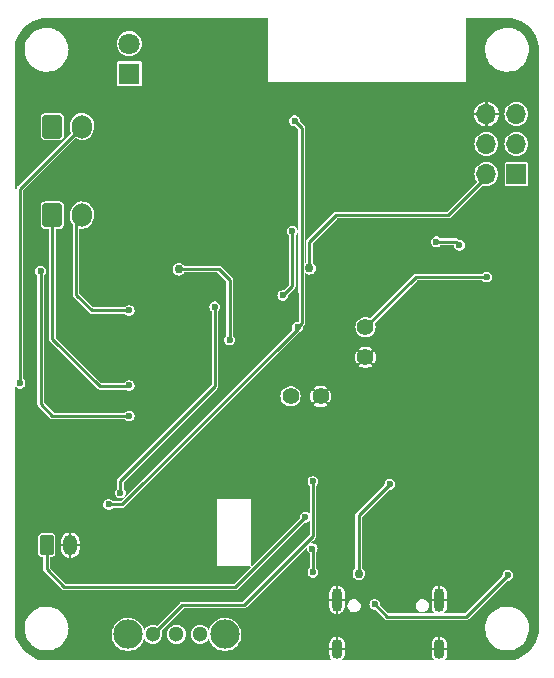
<source format=gbr>
%TF.GenerationSoftware,KiCad,Pcbnew,7.0.5*%
%TF.CreationDate,2024-05-30T23:49:04+02:00*%
%TF.ProjectId,Acoustifly,41636f75-7374-4696-966c-792e6b696361,rev?*%
%TF.SameCoordinates,Original*%
%TF.FileFunction,Copper,L2,Bot*%
%TF.FilePolarity,Positive*%
%FSLAX46Y46*%
G04 Gerber Fmt 4.6, Leading zero omitted, Abs format (unit mm)*
G04 Created by KiCad (PCBNEW 7.0.5) date 2024-05-30 23:49:04*
%MOMM*%
%LPD*%
G01*
G04 APERTURE LIST*
G04 Aperture macros list*
%AMRoundRect*
0 Rectangle with rounded corners*
0 $1 Rounding radius*
0 $2 $3 $4 $5 $6 $7 $8 $9 X,Y pos of 4 corners*
0 Add a 4 corners polygon primitive as box body*
4,1,4,$2,$3,$4,$5,$6,$7,$8,$9,$2,$3,0*
0 Add four circle primitives for the rounded corners*
1,1,$1+$1,$2,$3*
1,1,$1+$1,$4,$5*
1,1,$1+$1,$6,$7*
1,1,$1+$1,$8,$9*
0 Add four rect primitives between the rounded corners*
20,1,$1+$1,$2,$3,$4,$5,0*
20,1,$1+$1,$4,$5,$6,$7,0*
20,1,$1+$1,$6,$7,$8,$9,0*
20,1,$1+$1,$8,$9,$2,$3,0*%
G04 Aperture macros list end*
%TA.AperFunction,ComponentPad*%
%ADD10C,1.400000*%
%TD*%
%TA.AperFunction,ComponentPad*%
%ADD11RoundRect,0.250000X-0.600000X-0.750000X0.600000X-0.750000X0.600000X0.750000X-0.600000X0.750000X0*%
%TD*%
%TA.AperFunction,ComponentPad*%
%ADD12O,1.700000X2.000000*%
%TD*%
%TA.AperFunction,ComponentPad*%
%ADD13RoundRect,0.250000X-0.350000X-0.625000X0.350000X-0.625000X0.350000X0.625000X-0.350000X0.625000X0*%
%TD*%
%TA.AperFunction,ComponentPad*%
%ADD14O,1.200000X1.750000*%
%TD*%
%TA.AperFunction,ComponentPad*%
%ADD15R,1.700000X1.700000*%
%TD*%
%TA.AperFunction,ComponentPad*%
%ADD16O,1.700000X1.700000*%
%TD*%
%TA.AperFunction,ComponentPad*%
%ADD17O,0.900000X2.000000*%
%TD*%
%TA.AperFunction,ComponentPad*%
%ADD18O,0.900000X1.700000*%
%TD*%
%TA.AperFunction,ComponentPad*%
%ADD19C,1.300000*%
%TD*%
%TA.AperFunction,ComponentPad*%
%ADD20C,2.483000*%
%TD*%
%TA.AperFunction,ComponentPad*%
%ADD21R,1.800000X1.800000*%
%TD*%
%TA.AperFunction,ComponentPad*%
%ADD22C,1.800000*%
%TD*%
%TA.AperFunction,ViaPad*%
%ADD23C,0.600000*%
%TD*%
%TA.AperFunction,ViaPad*%
%ADD24C,0.756400*%
%TD*%
%TA.AperFunction,Conductor*%
%ADD25C,0.254000*%
%TD*%
G04 APERTURE END LIST*
D10*
%TO.P,TP1,1,1*%
%TO.N,GND*%
X30100000Y26060000D03*
%TO.P,TP1,2,2*%
%TO.N,/3.3V*%
X30100000Y28600000D03*
%TD*%
%TO.P,TP2,1,1*%
%TO.N,GND*%
X26300000Y22750000D03*
%TO.P,TP2,2,2*%
%TO.N,VCC*%
X23760000Y22750000D03*
%TD*%
D11*
%TO.P,X2,1,S*%
%TO.N,Net-(IC3-OUT1)*%
X3600000Y45600000D03*
D12*
%TO.P,X2,2,S*%
%TO.N,Net-(IC3-OUT2)*%
X6100000Y45600000D03*
%TD*%
D13*
%TO.P,X1,1,1*%
%TO.N,/BAT+*%
X3100000Y10150000D03*
D14*
%TO.P,X1,2,2*%
%TO.N,GND*%
X5100000Y10150000D03*
%TD*%
D15*
%TO.P,J2,1,Pin_1*%
%TO.N,/MISO*%
X42875000Y41575000D03*
D16*
%TO.P,J2,2,Pin_2*%
%TO.N,VCC*%
X40335000Y41575000D03*
%TO.P,J2,3,Pin_3*%
%TO.N,/SCK*%
X42875000Y44115000D03*
%TO.P,J2,4,Pin_4*%
%TO.N,/MOSI*%
X40335000Y44115000D03*
%TO.P,J2,5,Pin_5*%
%TO.N,/RESET*%
X42875000Y46655000D03*
%TO.P,J2,6,Pin_6*%
%TO.N,GND*%
X40335000Y46655000D03*
%TD*%
D17*
%TO.P,J3,S1,SHIELD*%
%TO.N,GND*%
X27700000Y5520000D03*
%TO.P,J3,S2,SHIELD*%
X36350000Y5520000D03*
D18*
%TO.P,J3,S3,SHIELD*%
X27700000Y1350000D03*
%TO.P,J3,S4,SHIELD*%
X36350000Y1350000D03*
%TD*%
D11*
%TO.P,X4,1,S*%
%TO.N,Net-(IC3-OUT3)*%
X3600000Y38100000D03*
D12*
%TO.P,X4,2,S*%
%TO.N,Net-(IC3-OUT4)*%
X6100000Y38100000D03*
%TD*%
D19*
%TO.P,S1,1,1*%
%TO.N,Net-(D4-K)*%
X12100000Y2600000D03*
%TO.P,S1,2,2*%
%TO.N,VCC*%
X14100000Y2600000D03*
%TO.P,S1,3,3*%
%TO.N,unconnected-(S1-Pad3)*%
X16100000Y2600000D03*
D20*
%TO.P,S1,MH1*%
%TO.N,N/C*%
X10000000Y2600000D03*
%TO.P,S1,MH2*%
X18200000Y2600000D03*
%TD*%
D21*
%TO.P,D1,1,K*%
%TO.N,/LED_RED*%
X10100000Y50075000D03*
D22*
%TO.P,D1,2,A*%
%TO.N,/3.3V*%
X10100000Y52615000D03*
%TD*%
D23*
%TO.N,VCC*%
X18600032Y27550000D03*
D24*
X14300000Y33519900D03*
X25357600Y33600000D03*
%TO.N,GND*%
X18900000Y15300000D03*
X37456848Y9693100D03*
X27100000Y47850000D03*
X31850000Y37100000D03*
D23*
X23050000Y29450000D03*
X23250000Y9850000D03*
D24*
X10100000Y7350000D03*
X39200000Y13600000D03*
D23*
X21151521Y5012655D03*
D24*
X30100000Y47850000D03*
D23*
X15350000Y42850000D03*
D24*
X34100000Y27850000D03*
X25400000Y37000000D03*
X43850000Y7600000D03*
X8350000Y25600000D03*
D23*
X4600000Y31950000D03*
D24*
X8350000Y28850000D03*
X13300000Y12950000D03*
D23*
X30500000Y7170600D03*
D24*
X18850000Y33600000D03*
D23*
X7100000Y16900000D03*
D24*
X15850000Y15300000D03*
X12350000Y5350000D03*
X5350000Y19800000D03*
D23*
X41600000Y18100000D03*
D24*
X35100000Y24100000D03*
X39050000Y20350000D03*
X38100000Y37100000D03*
X28450000Y38950000D03*
X28800000Y15300000D03*
X33350000Y3100000D03*
X24000000Y42300000D03*
X39150000Y54150000D03*
X30350000Y3100000D03*
D23*
X4050000Y12750000D03*
X11600000Y14750000D03*
D24*
X12350000Y7350000D03*
X36750000Y14150000D03*
X31750000Y44750000D03*
D23*
X26850000Y18800000D03*
D24*
X25400000Y41850000D03*
X38350000Y44200000D03*
X13650000Y30050000D03*
X27200000Y40200000D03*
X7850000Y46350000D03*
D23*
X14850000Y7350000D03*
D24*
X8350000Y22350000D03*
D23*
X12350000Y19600000D03*
D24*
X43350000Y15850000D03*
X23368794Y7538806D03*
X37150000Y8400000D03*
X14600000Y39100000D03*
X6850000Y31350000D03*
X37300000Y21350000D03*
X26600000Y15400000D03*
D23*
X9350000Y17200000D03*
D24*
X36100000Y45600002D03*
D23*
X21900000Y18950000D03*
D24*
X24100000Y47850000D03*
X15850000Y53900000D03*
X36850000Y22600000D03*
D23*
X13700000Y23450000D03*
D24*
X19600000Y47225000D03*
X10050000Y28100000D03*
D23*
X19750000Y25950000D03*
X12350000Y36800000D03*
D24*
X10050000Y22600000D03*
X37350000Y30850000D03*
D23*
X31150000Y13300000D03*
D24*
X16750000Y40500000D03*
X32350000Y26850000D03*
X19600000Y45100000D03*
X6600000Y5350000D03*
D23*
X23600000Y21350000D03*
D24*
X6100000Y26350000D03*
X6600000Y35850000D03*
X14600000Y36850000D03*
D23*
X1700000Y39400000D03*
D24*
X5100000Y43350000D03*
X24600000Y6100000D03*
X38350000Y48850000D03*
X32600000Y29350000D03*
X27600000Y33600000D03*
D23*
X17350000Y31350000D03*
X19750000Y31350000D03*
X18600000Y23850000D03*
X11500000Y16800000D03*
X16200000Y7200000D03*
D24*
X43450000Y35950000D03*
X12100000Y34100000D03*
D23*
X24050000Y31300000D03*
D24*
X39050000Y16750000D03*
X4600000Y33600000D03*
D23*
X19600000Y27600000D03*
X38850000Y40850000D03*
D24*
X1200000Y19100000D03*
X40350000Y34600000D03*
D23*
X22050000Y42850000D03*
D24*
X32150000Y17350000D03*
D23*
X9950000Y37250000D03*
X16350000Y24100000D03*
D24*
X31750000Y38900000D03*
D23*
X26400000Y13350000D03*
D24*
X4181752Y23338260D03*
D23*
X26450000Y29400000D03*
X14850000Y22600000D03*
D24*
X7600000Y41350000D03*
D23*
X15950000Y30850000D03*
X23248600Y17406708D03*
D24*
X2350000Y43350000D03*
X33000000Y40200000D03*
D23*
X5850000Y17550000D03*
D24*
X15850000Y45100000D03*
D23*
X21850000Y8100000D03*
D24*
X27600000Y44350000D03*
X16850000Y4350000D03*
X31050000Y15300000D03*
D23*
X28100000Y7950000D03*
D24*
X33000000Y43500000D03*
X21800000Y48850000D03*
X22650000Y12350000D03*
D23*
X15950000Y25700000D03*
D24*
X29350000Y33600000D03*
D23*
X11600000Y12350000D03*
D24*
X13600000Y25550000D03*
X1300000Y15550000D03*
X19600000Y49500000D03*
X35400000Y11100000D03*
X19600000Y38200000D03*
D23*
X13050000Y40500000D03*
D24*
X8600000Y30850000D03*
X5550000Y53800000D03*
D23*
X30100000Y8400000D03*
X3600000Y17550000D03*
D24*
X26350000Y35850000D03*
X21800000Y45100000D03*
X12100000Y44250000D03*
X13100000Y1100000D03*
X13500000Y28150000D03*
X24000000Y39750000D03*
X37300000Y16750000D03*
X38100000Y34600000D03*
X2350000Y7100000D03*
D23*
X16850000Y34850000D03*
X4200000Y25550000D03*
D24*
X30100000Y38950000D03*
X28250000Y37000000D03*
D23*
X33250000Y9350000D03*
D24*
X16750000Y38150000D03*
X44350000Y28850000D03*
D23*
X28750000Y13200000D03*
D24*
X2600000Y35850000D03*
D23*
X15400000Y10400000D03*
D24*
X33000000Y41850000D03*
X42350000Y32850000D03*
X2350000Y47650000D03*
X18900000Y18650000D03*
D23*
X25300000Y17500000D03*
X18550000Y21450000D03*
D24*
X36600000Y25350000D03*
D23*
X20842500Y21450000D03*
D24*
X10100000Y34600000D03*
X20850000Y1850000D03*
X42350000Y25850000D03*
D23*
X21850000Y23600000D03*
D24*
X13900000Y51750000D03*
X31850000Y33600000D03*
X4600000Y35850000D03*
X36100000Y37100000D03*
X38400000Y23650000D03*
X35350000Y33600000D03*
X7600000Y39000000D03*
X42350000Y22850000D03*
X5750000Y22650000D03*
X19600000Y35950000D03*
X4450000Y28150000D03*
X29100000Y29600000D03*
X36850000Y27100000D03*
X19600000Y53350000D03*
X42600000Y39600000D03*
D23*
X26450000Y31300000D03*
X17350000Y32850000D03*
D24*
X13100000Y47850000D03*
X26500000Y25750000D03*
X36100000Y47850000D03*
X40350000Y37850000D03*
X17400000Y5900000D03*
X27200000Y41850000D03*
X37850000Y2600000D03*
X19600000Y40500000D03*
D23*
X15000000Y17250000D03*
D24*
X33100000Y47850000D03*
X33400000Y11350000D03*
D23*
X33450000Y13350000D03*
D24*
X15850000Y49500000D03*
X24100000Y25850000D03*
X44350000Y48600000D03*
X44350000Y23350000D03*
X44100000Y12350000D03*
D23*
X5750000Y49100000D03*
D24*
X30850000Y22850000D03*
X5600000Y29350000D03*
D23*
X23100000Y33850000D03*
D24*
X41050000Y11400000D03*
D23*
X15650000Y18750000D03*
X8750000Y15350000D03*
D24*
X10050000Y25600000D03*
X33600000Y20100000D03*
X5100000Y7350000D03*
X7350000Y1850000D03*
D23*
X25050000Y11700000D03*
X19350000Y4350000D03*
X800000Y22950000D03*
X40500000Y27850000D03*
D24*
X7100000Y19750000D03*
D23*
X19750000Y29400000D03*
D24*
X30100000Y44750000D03*
%TO.N,VBUS*%
X29550000Y7750000D03*
D23*
X32150000Y15300000D03*
%TO.N,/BAT+*%
X25020600Y12521563D03*
%TO.N,Net-(IC2-CHRG)*%
X25649949Y7849999D03*
X25584778Y9865288D03*
%TO.N,Net-(IC3-OUT4)*%
X10100000Y30025000D03*
%TO.N,Net-(IC3-OUT3)*%
X10100000Y23675000D03*
%TO.N,Net-(IC3-OUT2)*%
X850000Y23850000D03*
%TO.N,/BOOT*%
X36100000Y35850000D03*
X38050000Y35550000D03*
%TO.N,/3.3V*%
X8349971Y13600029D03*
X40350000Y32849988D03*
X24100000Y46100000D03*
X24350006Y28600000D03*
%TO.N,Net-(D4-K)*%
X25650000Y15550000D03*
%TO.N,/BAT_STATE*%
X23900000Y36749994D03*
X23100000Y31298100D03*
%TO.N,Net-(J3-CC1)*%
X42149970Y7600000D03*
X30884762Y5134762D03*
%TO.N,/EN_HBRIDGE*%
X2600000Y33350000D03*
X10100000Y21100000D03*
%TO.N,Net-(R7-Pad1)*%
X17350000Y30350000D03*
X9350000Y14600000D03*
%TD*%
D25*
%TO.N,VCC*%
X18600032Y32599968D02*
X17680100Y33519900D01*
X40335000Y41575000D02*
X40335000Y41325000D01*
X18600032Y27550000D02*
X18600032Y32599968D01*
X40335000Y41325000D02*
X37110000Y38100000D01*
X25357600Y35857600D02*
X25357600Y33600000D01*
X17680100Y33519900D02*
X14300000Y33519900D01*
X37110000Y38100000D02*
X27600000Y38100000D01*
X27600000Y38100000D02*
X25357600Y35857600D01*
%TO.N,VBUS*%
X29550000Y7750000D02*
X29520600Y7779400D01*
X29520600Y7779400D02*
X29520600Y12670600D01*
X29520600Y12670600D02*
X32150000Y15300000D01*
%TO.N,/BAT+*%
X3100000Y8100000D02*
X3100000Y10150000D01*
X4600000Y6600000D02*
X19080604Y6600000D01*
X19080604Y6600000D02*
X25002167Y12521563D01*
X25002167Y12521563D02*
X25020600Y12521563D01*
X4600000Y6600000D02*
X3100000Y8100000D01*
%TO.N,Net-(IC2-CHRG)*%
X25649950Y9800116D02*
X25584778Y9865288D01*
X25649950Y7850000D02*
X25649950Y9800116D01*
%TO.N,Net-(IC3-OUT4)*%
X5600000Y31350000D02*
X6925000Y30025000D01*
X5600000Y37600000D02*
X5600000Y31350000D01*
X6100000Y38100000D02*
X5600000Y37600000D01*
X6925000Y30025000D02*
X10100000Y30025000D01*
%TO.N,Net-(IC3-OUT3)*%
X7600000Y23600000D02*
X10025000Y23600000D01*
X3600000Y38100000D02*
X3600000Y27600000D01*
X10025000Y23600000D02*
X10100000Y23675000D01*
X3600000Y27600000D02*
X7600000Y23600000D01*
%TO.N,Net-(IC3-OUT2)*%
X850000Y23850000D02*
X850000Y40350000D01*
X850000Y40350000D02*
X6100000Y45600000D01*
%TO.N,/BOOT*%
X36100000Y35850000D02*
X37750000Y35850000D01*
X37750000Y35850000D02*
X38050000Y35550000D01*
%TO.N,/3.3V*%
X9498825Y13600029D02*
X8349971Y13600029D01*
X24100000Y46100000D02*
X24700000Y45500000D01*
X34349988Y32849988D02*
X40350000Y32849988D01*
X24729400Y28979394D02*
X24350006Y28600000D01*
X24350006Y28600000D02*
X24350006Y28451210D01*
X24350006Y28451210D02*
X9498825Y13600029D01*
X24700000Y45500000D02*
X24700000Y31619396D01*
X30100000Y28600000D02*
X34349988Y32849988D01*
X24700000Y31619396D02*
X24729400Y31589996D01*
X24729400Y31589996D02*
X24729400Y28979394D01*
%TO.N,Net-(D4-K)*%
X12100000Y2600000D02*
X14600000Y5100000D01*
X25650000Y10919396D02*
X25650000Y15550000D01*
X14600000Y5100000D02*
X19830604Y5100000D01*
X19830604Y5100000D02*
X25650000Y10919396D01*
%TO.N,/BAT_STATE*%
X23100000Y31298100D02*
X23900000Y32098100D01*
X23900000Y32098100D02*
X23900000Y36749994D01*
%TO.N,Net-(J3-CC1)*%
X30884762Y5134762D02*
X31919524Y4100000D01*
X38649970Y4100000D02*
X42149970Y7600000D01*
X31919524Y4100000D02*
X38649970Y4100000D01*
%TO.N,/EN_HBRIDGE*%
X2600000Y22100000D02*
X3600000Y21100000D01*
X2600000Y33350000D02*
X2600000Y22100000D01*
X3600000Y21100000D02*
X10100000Y21100000D01*
%TO.N,Net-(R7-Pad1)*%
X9350000Y14600000D02*
X9350000Y15600000D01*
X9350000Y15600000D02*
X17350000Y23600000D01*
X17350000Y23600000D02*
X17350000Y30350000D01*
%TD*%
%TA.AperFunction,Conductor*%
%TO.N,GND*%
G36*
X21839134Y54788634D02*
G01*
X21850000Y54762400D01*
X21850000Y49350000D01*
X21850001Y49350000D01*
X38599999Y49350000D01*
X38600000Y49350000D01*
X38600000Y52032088D01*
X40241779Y52032088D01*
X40271469Y51762255D01*
X40340131Y51499619D01*
X40446302Y51249777D01*
X40587714Y51018063D01*
X40587717Y51018060D01*
X40587719Y51018056D01*
X40761368Y50809396D01*
X40963546Y50628243D01*
X41082999Y50549214D01*
X41189947Y50478458D01*
X41189956Y50478453D01*
X41435729Y50363239D01*
X41435735Y50363237D01*
X41435743Y50363233D01*
X41581512Y50319378D01*
X41695689Y50285027D01*
X41695691Y50285027D01*
X41695697Y50285025D01*
X41964268Y50245500D01*
X41964271Y50245500D01*
X42167767Y50245500D01*
X42167781Y50245500D01*
X42370740Y50260355D01*
X42635709Y50319379D01*
X42889261Y50416354D01*
X43125991Y50549214D01*
X43340853Y50715125D01*
X43529269Y50910553D01*
X43687223Y51131332D01*
X43811348Y51372756D01*
X43898998Y51629680D01*
X43948306Y51896629D01*
X43958220Y52167911D01*
X43953575Y52210123D01*
X43928530Y52437746D01*
X43928530Y52437747D01*
X43859868Y52700384D01*
X43753697Y52950224D01*
X43727866Y52992550D01*
X43612285Y53181938D01*
X43612283Y53181940D01*
X43612281Y53181944D01*
X43438632Y53390604D01*
X43236454Y53571757D01*
X43083432Y53672995D01*
X43010052Y53721543D01*
X43010043Y53721548D01*
X42764270Y53836762D01*
X42764254Y53836768D01*
X42504310Y53914974D01*
X42487128Y53917503D01*
X42235732Y53954500D01*
X42032219Y53954500D01*
X42032217Y53954500D01*
X41829259Y53939645D01*
X41564296Y53880623D01*
X41310741Y53783648D01*
X41074008Y53650786D01*
X40859148Y53484877D01*
X40670733Y53289451D01*
X40512778Y53068671D01*
X40512774Y53068664D01*
X40388652Y52827246D01*
X40301002Y52570324D01*
X40301001Y52570318D01*
X40251693Y52303369D01*
X40251693Y52303362D01*
X40241779Y52032088D01*
X38600000Y52032088D01*
X38600000Y54762400D01*
X38610866Y54788634D01*
X38637100Y54799500D01*
X42052405Y54799500D01*
X42099473Y54799500D01*
X42100514Y54799471D01*
X42401208Y54782584D01*
X42403277Y54782351D01*
X42501405Y54765679D01*
X42699672Y54731992D01*
X42701689Y54731532D01*
X42990596Y54648299D01*
X42992548Y54647616D01*
X43270315Y54532561D01*
X43272181Y54531661D01*
X43535310Y54386235D01*
X43537066Y54385133D01*
X43782275Y54211147D01*
X43783880Y54209867D01*
X44008073Y54009516D01*
X44009515Y54008074D01*
X44209864Y53783883D01*
X44211148Y53782274D01*
X44345830Y53592458D01*
X44385127Y53537074D01*
X44386234Y53535311D01*
X44531660Y53272182D01*
X44532564Y53270306D01*
X44647614Y52992550D01*
X44648302Y52990585D01*
X44731529Y52701697D01*
X44731992Y52699668D01*
X44782350Y52403278D01*
X44782583Y52401210D01*
X44799471Y52100514D01*
X44799500Y52099473D01*
X44799500Y3100528D01*
X44799471Y3099487D01*
X44782583Y2798791D01*
X44782350Y2796723D01*
X44731992Y2500333D01*
X44731529Y2498304D01*
X44648302Y2209416D01*
X44647614Y2207451D01*
X44532564Y1929695D01*
X44531660Y1927819D01*
X44386234Y1664690D01*
X44385127Y1662927D01*
X44211155Y1417736D01*
X44209857Y1416110D01*
X44009524Y1191937D01*
X44008063Y1190476D01*
X43817388Y1020078D01*
X43783891Y990143D01*
X43782264Y988845D01*
X43537073Y814873D01*
X43535310Y813766D01*
X43272181Y668340D01*
X43270305Y667436D01*
X42992549Y552386D01*
X42990584Y551698D01*
X42701696Y468471D01*
X42699667Y468008D01*
X42403277Y417650D01*
X42401209Y417417D01*
X42100514Y400529D01*
X42099473Y400500D01*
X36814680Y400500D01*
X36788446Y411366D01*
X36777580Y437600D01*
X36787635Y462997D01*
X36881996Y563482D01*
X36961407Y707929D01*
X36961408Y707932D01*
X37002398Y867575D01*
X37002400Y867586D01*
X37002400Y1248799D01*
X37002399Y1248800D01*
X36650000Y1248800D01*
X36650000Y1451200D01*
X37002399Y1451200D01*
X37002400Y1451201D01*
X37002400Y1791051D01*
X36986927Y1913531D01*
X36926244Y2066796D01*
X36829357Y2200150D01*
X36702354Y2305216D01*
X36702353Y2305217D01*
X36553207Y2375399D01*
X36451200Y2394859D01*
X36451200Y2033114D01*
X36378160Y2053895D01*
X36266479Y2043546D01*
X36248800Y2034743D01*
X36248800Y2397323D01*
X36226779Y2395937D01*
X36070018Y2345003D01*
X36070016Y2345002D01*
X35930841Y2256679D01*
X35818003Y2136519D01*
X35738592Y1992072D01*
X35738591Y1992069D01*
X35697601Y1832426D01*
X35697600Y1832415D01*
X35697600Y1451201D01*
X35697601Y1451200D01*
X36050000Y1451200D01*
X36050000Y1248800D01*
X35697601Y1248800D01*
X35697600Y1248799D01*
X35697600Y908950D01*
X35713072Y786470D01*
X35773755Y633205D01*
X35870642Y499851D01*
X35911336Y466186D01*
X35924623Y441091D01*
X35916274Y413952D01*
X35891179Y400665D01*
X35887688Y400500D01*
X28164680Y400500D01*
X28138446Y411366D01*
X28127580Y437600D01*
X28137635Y462997D01*
X28231996Y563482D01*
X28311407Y707929D01*
X28311408Y707932D01*
X28352398Y867575D01*
X28352400Y867586D01*
X28352400Y1248799D01*
X28352399Y1248800D01*
X28000000Y1248800D01*
X28000000Y1451200D01*
X28352399Y1451200D01*
X28352400Y1451201D01*
X28352400Y1791051D01*
X28336927Y1913531D01*
X28276244Y2066796D01*
X28179357Y2200150D01*
X28052354Y2305216D01*
X28052353Y2305217D01*
X27903207Y2375399D01*
X27801200Y2394859D01*
X27801200Y2033114D01*
X27728160Y2053895D01*
X27616479Y2043546D01*
X27598800Y2034743D01*
X27598800Y2397323D01*
X27576779Y2395937D01*
X27420018Y2345003D01*
X27420016Y2345002D01*
X27280841Y2256679D01*
X27168003Y2136519D01*
X27088592Y1992072D01*
X27088591Y1992069D01*
X27047601Y1832426D01*
X27047600Y1832415D01*
X27047600Y1451201D01*
X27047601Y1451200D01*
X27400000Y1451200D01*
X27400000Y1248800D01*
X27047600Y1248800D01*
X27047600Y908950D01*
X27063072Y786470D01*
X27123755Y633205D01*
X27220642Y499851D01*
X27261336Y466186D01*
X27274623Y441091D01*
X27266274Y413952D01*
X27241179Y400665D01*
X27237688Y400500D01*
X3100527Y400500D01*
X3099486Y400529D01*
X2798790Y417417D01*
X2796722Y417650D01*
X2500332Y468008D01*
X2498303Y468471D01*
X2209415Y551698D01*
X2207450Y552386D01*
X1929694Y667436D01*
X1927818Y668340D01*
X1664689Y813766D01*
X1662926Y814873D01*
X1417726Y988852D01*
X1416117Y990136D01*
X1191926Y1190485D01*
X1190484Y1191927D01*
X990133Y1416120D01*
X988853Y1417725D01*
X814867Y1662934D01*
X813765Y1664690D01*
X668339Y1927819D01*
X667439Y1929685D01*
X552384Y2207452D01*
X551701Y2209404D01*
X468468Y2498311D01*
X468007Y2500333D01*
X451073Y2599998D01*
X417649Y2796723D01*
X417416Y2798791D01*
X404313Y3032088D01*
X1241779Y3032088D01*
X1271469Y2762255D01*
X1340131Y2499619D01*
X1446302Y2249777D01*
X1587714Y2018063D01*
X1587717Y2018060D01*
X1587719Y2018056D01*
X1761368Y1809396D01*
X1963546Y1628243D01*
X2082999Y1549214D01*
X2189947Y1478458D01*
X2189956Y1478453D01*
X2435729Y1363239D01*
X2435735Y1363237D01*
X2435743Y1363233D01*
X2581512Y1319378D01*
X2695689Y1285027D01*
X2695691Y1285027D01*
X2695697Y1285025D01*
X2964268Y1245500D01*
X2964271Y1245500D01*
X3167767Y1245500D01*
X3167781Y1245500D01*
X3370740Y1260355D01*
X3635709Y1319379D01*
X3889261Y1416354D01*
X4125991Y1549214D01*
X4340853Y1715125D01*
X4529269Y1910553D01*
X4687223Y2131332D01*
X4811348Y2372756D01*
X4898998Y2629680D01*
X4948306Y2896629D01*
X4958220Y3167911D01*
X4947434Y3265935D01*
X4928530Y3437746D01*
X4928530Y3437747D01*
X4859868Y3700384D01*
X4753697Y3950224D01*
X4726737Y3994400D01*
X4612285Y4181938D01*
X4612283Y4181940D01*
X4612281Y4181944D01*
X4438632Y4390604D01*
X4236454Y4571757D01*
X4113345Y4653205D01*
X4010052Y4721543D01*
X4010043Y4721548D01*
X3764270Y4836762D01*
X3764254Y4836768D01*
X3504310Y4914974D01*
X3487128Y4917503D01*
X3235732Y4954500D01*
X3032219Y4954500D01*
X3032217Y4954500D01*
X2829259Y4939645D01*
X2564296Y4880623D01*
X2310741Y4783648D01*
X2074008Y4650786D01*
X1859148Y4484877D01*
X1670733Y4289451D01*
X1512778Y4068671D01*
X1512774Y4068664D01*
X1388652Y3827246D01*
X1301002Y3570324D01*
X1301001Y3570318D01*
X1251693Y3303369D01*
X1251693Y3303362D01*
X1241779Y3032088D01*
X404313Y3032088D01*
X400529Y3099470D01*
X400500Y3100511D01*
X400500Y9493293D01*
X2347100Y9493293D01*
X2362042Y9398947D01*
X2362044Y9398941D01*
X2419981Y9285233D01*
X2419982Y9285232D01*
X2419984Y9285229D01*
X2510229Y9194984D01*
X2510231Y9194983D01*
X2510232Y9194982D01*
X2623940Y9137045D01*
X2623943Y9137044D01*
X2623945Y9137043D01*
X2718292Y9122100D01*
X2783000Y9122100D01*
X2809234Y9111234D01*
X2820100Y9085000D01*
X2820100Y8151710D01*
X2818178Y8139927D01*
X2817982Y8139340D01*
X2817982Y8139339D01*
X2817981Y8139338D01*
X2819631Y8103665D01*
X2819922Y8097370D01*
X2820080Y8093969D01*
X2820100Y8093112D01*
X2820100Y8074064D01*
X2821059Y8068928D01*
X2821354Y8066379D01*
X2822814Y8034810D01*
X2822814Y8034808D01*
X2822815Y8034807D01*
X2829095Y8020582D01*
X2831623Y8012419D01*
X2834480Y7997137D01*
X2834480Y7997136D01*
X2851117Y7970268D01*
X2852316Y7967993D01*
X2865084Y7939078D01*
X2876077Y7928085D01*
X2881385Y7921383D01*
X2889568Y7908168D01*
X2914782Y7889126D01*
X2916722Y7887438D01*
X4365517Y6438644D01*
X4372492Y6428950D01*
X4372764Y6428404D01*
X4372765Y6428403D01*
X4372766Y6428401D01*
X4406316Y6397816D01*
X4406936Y6397225D01*
X4420418Y6383743D01*
X4420422Y6383740D01*
X4424728Y6380790D01*
X4426739Y6379198D01*
X4432556Y6373895D01*
X4450097Y6357903D01*
X4450098Y6357903D01*
X4450099Y6357902D01*
X4464594Y6352287D01*
X4472155Y6348302D01*
X4484984Y6339514D01*
X4503274Y6335213D01*
X4515746Y6332279D01*
X4518203Y6331519D01*
X4547678Y6320100D01*
X4563226Y6320100D01*
X4571719Y6319115D01*
X4579293Y6317335D01*
X4586849Y6315557D01*
X4618146Y6319923D01*
X4620707Y6320100D01*
X19028893Y6320100D01*
X19040681Y6318178D01*
X19041264Y6317982D01*
X19086646Y6320081D01*
X19087493Y6320100D01*
X19106536Y6320100D01*
X19106539Y6320100D01*
X19111684Y6321063D01*
X19114207Y6321355D01*
X19145797Y6322815D01*
X19160021Y6329097D01*
X19168180Y6331623D01*
X19183467Y6334480D01*
X19210351Y6351128D01*
X19212596Y6352312D01*
X19241526Y6365084D01*
X19252522Y6376082D01*
X19259221Y6381387D01*
X19272437Y6389569D01*
X19291483Y6414792D01*
X19293167Y6416726D01*
X24934238Y12057797D01*
X24960472Y12068663D01*
X25085715Y12068663D01*
X25085717Y12068663D01*
X25085719Y12068664D01*
X25085721Y12068664D01*
X25119652Y12078628D01*
X25210676Y12105355D01*
X25312945Y12171079D01*
X25340886Y12176119D01*
X25364211Y12159925D01*
X25370100Y12139867D01*
X25370100Y11050703D01*
X25359234Y11024469D01*
X19725532Y5390766D01*
X19699298Y5379900D01*
X14651711Y5379900D01*
X14639922Y5381823D01*
X14639663Y5381910D01*
X14639338Y5382019D01*
X14602435Y5380312D01*
X14593957Y5379920D01*
X14593111Y5379900D01*
X14574063Y5379900D01*
X14568927Y5378941D01*
X14566377Y5378646D01*
X14534807Y5377186D01*
X14520580Y5370905D01*
X14512417Y5368377D01*
X14497136Y5365520D01*
X14470265Y5348883D01*
X14467991Y5347684D01*
X14439079Y5334917D01*
X14428081Y5323920D01*
X14421381Y5318614D01*
X14408170Y5310434D01*
X14408167Y5310431D01*
X14389121Y5285213D01*
X14387434Y5283274D01*
X12453390Y3349230D01*
X12427156Y3338364D01*
X12414903Y3340446D01*
X12279800Y3387720D01*
X12279794Y3387722D01*
X12279792Y3387722D01*
X12100000Y3407980D01*
X11920208Y3387722D01*
X11920206Y3387722D01*
X11920199Y3387720D01*
X11749429Y3327965D01*
X11596238Y3231709D01*
X11468291Y3103762D01*
X11402177Y2998541D01*
X11379020Y2982109D01*
X11351026Y2986866D01*
X11334799Y3009172D01*
X11328996Y3032088D01*
X11323368Y3054313D01*
X11323366Y3054318D01*
X11230544Y3265930D01*
X11230541Y3265935D01*
X11230541Y3265936D01*
X11104149Y3459394D01*
X10947638Y3629409D01*
X10947632Y3629415D01*
X10765279Y3771346D01*
X10562043Y3881332D01*
X10414089Y3932124D01*
X10343479Y3956364D01*
X10115547Y3994400D01*
X10115543Y3994400D01*
X9884457Y3994400D01*
X9884452Y3994400D01*
X9656520Y3956364D01*
X9656519Y3956363D01*
X9437956Y3881332D01*
X9234720Y3771346D01*
X9052367Y3629415D01*
X9052358Y3629406D01*
X8895853Y3459397D01*
X8769458Y3265935D01*
X8769455Y3265930D01*
X8676633Y3054318D01*
X8619902Y2830290D01*
X8600821Y2600003D01*
X8600821Y2599998D01*
X8619902Y2369711D01*
X8676633Y2145683D01*
X8769455Y1934071D01*
X8769458Y1934066D01*
X8769459Y1934064D01*
X8895851Y1740606D01*
X8895853Y1740604D01*
X9052358Y1570595D01*
X9052367Y1570586D01*
X9234720Y1428655D01*
X9234722Y1428654D01*
X9437956Y1318669D01*
X9656522Y1243636D01*
X9884457Y1205600D01*
X9884458Y1205600D01*
X10115542Y1205600D01*
X10115543Y1205600D01*
X10343478Y1243636D01*
X10562044Y1318669D01*
X10765278Y1428654D01*
X10920173Y1549214D01*
X10947632Y1570586D01*
X10947633Y1570588D01*
X10947638Y1570591D01*
X11104149Y1740606D01*
X11230541Y1934064D01*
X11301678Y2096239D01*
X11323366Y2145682D01*
X11323366Y2145684D01*
X11323368Y2145687D01*
X11334799Y2190832D01*
X11351771Y2213592D01*
X11379870Y2217687D01*
X11402176Y2201460D01*
X11468291Y2096239D01*
X11468294Y2096236D01*
X11468296Y2096233D01*
X11596233Y1968296D01*
X11596235Y1968295D01*
X11596238Y1968292D01*
X11596237Y1968292D01*
X11749429Y1872036D01*
X11749431Y1872035D01*
X11920208Y1812278D01*
X12100000Y1792020D01*
X12279792Y1812278D01*
X12450569Y1872035D01*
X12549298Y1934071D01*
X12603761Y1968292D01*
X12603761Y1968293D01*
X12603767Y1968296D01*
X12731704Y2096233D01*
X12757018Y2136519D01*
X12791143Y2190829D01*
X12827965Y2249431D01*
X12887722Y2420208D01*
X12907980Y2600000D01*
X13292020Y2600000D01*
X13303330Y2499619D01*
X13312278Y2420210D01*
X13312280Y2420200D01*
X13372035Y2249430D01*
X13468291Y2096239D01*
X13468294Y2096236D01*
X13468296Y2096233D01*
X13596233Y1968296D01*
X13596235Y1968295D01*
X13596238Y1968292D01*
X13596237Y1968292D01*
X13749429Y1872036D01*
X13749431Y1872035D01*
X13920208Y1812278D01*
X14100000Y1792020D01*
X14279792Y1812278D01*
X14450569Y1872035D01*
X14549298Y1934071D01*
X14603761Y1968292D01*
X14603761Y1968293D01*
X14603767Y1968296D01*
X14731704Y2096233D01*
X14757018Y2136519D01*
X14791143Y2190829D01*
X14827965Y2249431D01*
X14887722Y2420208D01*
X14907980Y2600000D01*
X15292020Y2600000D01*
X15303330Y2499619D01*
X15312278Y2420210D01*
X15312280Y2420200D01*
X15372035Y2249430D01*
X15468291Y2096239D01*
X15468294Y2096236D01*
X15468296Y2096233D01*
X15596233Y1968296D01*
X15596235Y1968295D01*
X15596238Y1968292D01*
X15596237Y1968292D01*
X15749429Y1872036D01*
X15749431Y1872035D01*
X15920208Y1812278D01*
X16100000Y1792020D01*
X16279792Y1812278D01*
X16450569Y1872035D01*
X16549298Y1934071D01*
X16603761Y1968292D01*
X16603761Y1968293D01*
X16603767Y1968296D01*
X16731704Y2096233D01*
X16797822Y2201461D01*
X16820979Y2217891D01*
X16848973Y2213135D01*
X16865200Y2190829D01*
X16876633Y2145681D01*
X16969455Y1934071D01*
X16969458Y1934066D01*
X16969459Y1934064D01*
X17095851Y1740606D01*
X17095853Y1740604D01*
X17252358Y1570595D01*
X17252367Y1570586D01*
X17434720Y1428655D01*
X17434722Y1428654D01*
X17637956Y1318669D01*
X17856522Y1243636D01*
X18084457Y1205600D01*
X18084458Y1205600D01*
X18315542Y1205600D01*
X18315543Y1205600D01*
X18543478Y1243636D01*
X18762044Y1318669D01*
X18965278Y1428654D01*
X19120173Y1549214D01*
X19147632Y1570586D01*
X19147633Y1570588D01*
X19147638Y1570591D01*
X19304149Y1740606D01*
X19430541Y1934064D01*
X19523368Y2145687D01*
X19580096Y2369703D01*
X19582181Y2394859D01*
X19599179Y2599998D01*
X19599179Y2600003D01*
X19580097Y2830290D01*
X19580096Y2830293D01*
X19580096Y2830297D01*
X19528996Y3032088D01*
X40241779Y3032088D01*
X40271469Y2762255D01*
X40340131Y2499619D01*
X40446302Y2249777D01*
X40587714Y2018063D01*
X40587717Y2018060D01*
X40587719Y2018056D01*
X40761368Y1809396D01*
X40963546Y1628243D01*
X41082999Y1549214D01*
X41189947Y1478458D01*
X41189956Y1478453D01*
X41435729Y1363239D01*
X41435735Y1363237D01*
X41435743Y1363233D01*
X41581512Y1319378D01*
X41695689Y1285027D01*
X41695691Y1285027D01*
X41695697Y1285025D01*
X41964268Y1245500D01*
X41964271Y1245500D01*
X42167767Y1245500D01*
X42167781Y1245500D01*
X42370740Y1260355D01*
X42635709Y1319379D01*
X42889261Y1416354D01*
X43125991Y1549214D01*
X43340853Y1715125D01*
X43529269Y1910553D01*
X43687223Y2131332D01*
X43811348Y2372756D01*
X43898998Y2629680D01*
X43948306Y2896629D01*
X43958220Y3167911D01*
X43947434Y3265935D01*
X43928530Y3437746D01*
X43928530Y3437747D01*
X43859868Y3700384D01*
X43753697Y3950224D01*
X43726737Y3994400D01*
X43612285Y4181938D01*
X43612283Y4181940D01*
X43612281Y4181944D01*
X43438632Y4390604D01*
X43236454Y4571757D01*
X43113345Y4653205D01*
X43010052Y4721543D01*
X43010043Y4721548D01*
X42764270Y4836762D01*
X42764254Y4836768D01*
X42504310Y4914974D01*
X42487128Y4917503D01*
X42235732Y4954500D01*
X42032219Y4954500D01*
X42032217Y4954500D01*
X41829259Y4939645D01*
X41564296Y4880623D01*
X41310741Y4783648D01*
X41074008Y4650786D01*
X40859148Y4484877D01*
X40670733Y4289451D01*
X40512778Y4068671D01*
X40512774Y4068664D01*
X40388652Y3827246D01*
X40301002Y3570324D01*
X40301001Y3570318D01*
X40251693Y3303369D01*
X40251693Y3303362D01*
X40241779Y3032088D01*
X19528996Y3032088D01*
X19523368Y3054313D01*
X19523366Y3054318D01*
X19430544Y3265930D01*
X19430541Y3265935D01*
X19430541Y3265936D01*
X19304149Y3459394D01*
X19147638Y3629409D01*
X19147632Y3629415D01*
X18965279Y3771346D01*
X18762043Y3881332D01*
X18614089Y3932124D01*
X18543479Y3956364D01*
X18315547Y3994400D01*
X18315543Y3994400D01*
X18084457Y3994400D01*
X18084452Y3994400D01*
X17856520Y3956364D01*
X17856519Y3956363D01*
X17637956Y3881332D01*
X17434720Y3771346D01*
X17252367Y3629415D01*
X17252358Y3629406D01*
X17095853Y3459397D01*
X16969458Y3265935D01*
X16969455Y3265930D01*
X16876633Y3054319D01*
X16865200Y3009172D01*
X16848225Y2986409D01*
X16820127Y2982315D01*
X16797821Y2998542D01*
X16734081Y3099983D01*
X16731704Y3103767D01*
X16603767Y3231704D01*
X16603764Y3231706D01*
X16603761Y3231709D01*
X16603762Y3231709D01*
X16450570Y3327965D01*
X16279800Y3387720D01*
X16279794Y3387722D01*
X16279792Y3387722D01*
X16100000Y3407980D01*
X15920208Y3387722D01*
X15920206Y3387722D01*
X15920199Y3387720D01*
X15749429Y3327965D01*
X15596238Y3231709D01*
X15468291Y3103762D01*
X15372035Y2950571D01*
X15312280Y2779801D01*
X15312278Y2779791D01*
X15295365Y2629683D01*
X15292020Y2600000D01*
X14907980Y2600000D01*
X14887722Y2779792D01*
X14827965Y2950569D01*
X14808018Y2982315D01*
X14731708Y3103762D01*
X14731705Y3103765D01*
X14731704Y3103767D01*
X14603767Y3231704D01*
X14603764Y3231706D01*
X14603761Y3231709D01*
X14603762Y3231709D01*
X14450570Y3327965D01*
X14279800Y3387720D01*
X14279794Y3387722D01*
X14279792Y3387722D01*
X14100000Y3407980D01*
X14099999Y3407980D01*
X14010104Y3397852D01*
X13920208Y3387722D01*
X13920206Y3387722D01*
X13920199Y3387720D01*
X13749429Y3327965D01*
X13596238Y3231709D01*
X13468291Y3103762D01*
X13372035Y2950571D01*
X13312280Y2779801D01*
X13312278Y2779791D01*
X13295365Y2629683D01*
X13292020Y2600000D01*
X12907980Y2600000D01*
X12887722Y2779792D01*
X12840444Y2914906D01*
X12842036Y2943255D01*
X12849225Y2953389D01*
X14705071Y4809234D01*
X14731306Y4820100D01*
X19778893Y4820100D01*
X19790681Y4818178D01*
X19791264Y4817982D01*
X19836646Y4820081D01*
X19837493Y4820100D01*
X19856536Y4820100D01*
X19856539Y4820100D01*
X19861684Y4821063D01*
X19864207Y4821355D01*
X19895797Y4822815D01*
X19910021Y4829097D01*
X19918180Y4831623D01*
X19933467Y4834480D01*
X19960351Y4851128D01*
X19962596Y4852312D01*
X19991526Y4865084D01*
X20002522Y4876082D01*
X20009221Y4881387D01*
X20022437Y4889569D01*
X20041483Y4914792D01*
X20043167Y4916726D01*
X20055391Y4928950D01*
X27047600Y4928950D01*
X27063072Y4806470D01*
X27123755Y4653205D01*
X27220642Y4519851D01*
X27347645Y4414785D01*
X27347646Y4414784D01*
X27496795Y4344600D01*
X27598800Y4325143D01*
X27598800Y4686887D01*
X27671840Y4666105D01*
X27783521Y4676454D01*
X27801199Y4685257D01*
X27801199Y4322679D01*
X27823221Y4324064D01*
X27823225Y4324065D01*
X27979980Y4374998D01*
X27979983Y4374999D01*
X28119158Y4463322D01*
X28231996Y4583482D01*
X28311407Y4727929D01*
X28311408Y4727932D01*
X28352398Y4887575D01*
X28352400Y4887586D01*
X28352400Y4991804D01*
X28576592Y4991804D01*
X28605576Y4852320D01*
X28607604Y4842564D01*
X28635377Y4788965D01*
X28671860Y4718554D01*
X28677731Y4707225D01*
X28781772Y4595824D01*
X28906705Y4519851D01*
X28912012Y4516624D01*
X29003316Y4491042D01*
X29058786Y4475500D01*
X29058789Y4475500D01*
X29172930Y4475500D01*
X29286004Y4491042D01*
X29286006Y4491043D01*
X29286009Y4491043D01*
X29425818Y4551770D01*
X29544058Y4647966D01*
X29631961Y4772496D01*
X29683006Y4916123D01*
X29693408Y5068196D01*
X29679576Y5134760D01*
X30427204Y5134760D01*
X30445738Y5005854D01*
X30499839Y4887392D01*
X30499843Y4887385D01*
X30585123Y4788965D01*
X30585125Y4788964D01*
X30585126Y4788963D01*
X30694686Y4718554D01*
X30728621Y4708590D01*
X30819640Y4681863D01*
X30819643Y4681863D01*
X30819645Y4681862D01*
X30926456Y4681862D01*
X30952690Y4670996D01*
X31685041Y3938644D01*
X31692016Y3928950D01*
X31692289Y3928402D01*
X31725853Y3897805D01*
X31726472Y3897214D01*
X31739943Y3883742D01*
X31741493Y3882680D01*
X31744253Y3880789D01*
X31746268Y3879193D01*
X31769623Y3857902D01*
X31784118Y3852287D01*
X31791679Y3848302D01*
X31804508Y3839514D01*
X31822798Y3835213D01*
X31835270Y3832279D01*
X31837727Y3831519D01*
X31867202Y3820100D01*
X31882750Y3820100D01*
X31891243Y3819115D01*
X31898817Y3817335D01*
X31906373Y3815557D01*
X31937666Y3819923D01*
X31940229Y3820100D01*
X38598259Y3820100D01*
X38610047Y3818178D01*
X38610630Y3817982D01*
X38656012Y3820081D01*
X38656859Y3820100D01*
X38675902Y3820100D01*
X38675905Y3820100D01*
X38681050Y3821063D01*
X38683573Y3821355D01*
X38715163Y3822815D01*
X38729387Y3829097D01*
X38737546Y3831623D01*
X38752833Y3834480D01*
X38779717Y3851128D01*
X38781962Y3852312D01*
X38810892Y3865084D01*
X38821888Y3876082D01*
X38828587Y3881387D01*
X38841803Y3889569D01*
X38860849Y3914792D01*
X38862533Y3916726D01*
X42082043Y7136234D01*
X42108277Y7147100D01*
X42215085Y7147100D01*
X42215087Y7147100D01*
X42215089Y7147101D01*
X42215091Y7147101D01*
X42249022Y7157065D01*
X42340046Y7183792D01*
X42449606Y7254201D01*
X42534891Y7352626D01*
X42588993Y7471091D01*
X42607527Y7600000D01*
X42605894Y7611355D01*
X42588993Y7728909D01*
X42534892Y7847372D01*
X42534888Y7847378D01*
X42449608Y7945798D01*
X42369721Y7997137D01*
X42340046Y8016208D01*
X42340045Y8016209D01*
X42340044Y8016209D01*
X42340041Y8016210D01*
X42215091Y8052900D01*
X42215087Y8052900D01*
X42084853Y8052900D01*
X42084848Y8052900D01*
X41959898Y8016210D01*
X41959895Y8016209D01*
X41850331Y7945798D01*
X41765051Y7847378D01*
X41765048Y7847372D01*
X41710946Y7728909D01*
X41692412Y7600003D01*
X41692413Y7599997D01*
X41697527Y7564422D01*
X41690505Y7536909D01*
X41687039Y7532909D01*
X38544898Y4390766D01*
X38518664Y4379900D01*
X36765407Y4379900D01*
X36739173Y4390766D01*
X36728307Y4417000D01*
X36739173Y4443234D01*
X36745528Y4448325D01*
X36769158Y4463322D01*
X36881996Y4583482D01*
X36961407Y4727929D01*
X36961408Y4727932D01*
X37002398Y4887575D01*
X37002400Y4887586D01*
X37002400Y5418800D01*
X36650000Y5418800D01*
X36650000Y5621200D01*
X37002399Y5621200D01*
X37002400Y5621202D01*
X37002400Y6111051D01*
X36986927Y6233531D01*
X36926244Y6386796D01*
X36829357Y6520150D01*
X36702354Y6625216D01*
X36702353Y6625217D01*
X36553207Y6695399D01*
X36451200Y6714859D01*
X36451200Y6353114D01*
X36378160Y6373895D01*
X36266479Y6363546D01*
X36248800Y6354743D01*
X36248800Y6717323D01*
X36226779Y6715937D01*
X36070018Y6665003D01*
X36070016Y6665002D01*
X35930841Y6576679D01*
X35818003Y6456519D01*
X35738592Y6312072D01*
X35738591Y6312069D01*
X35697601Y6152426D01*
X35697600Y6152415D01*
X35697600Y5621201D01*
X35697601Y5621200D01*
X36050000Y5621200D01*
X36050000Y5418800D01*
X35697601Y5418800D01*
X35697600Y5418799D01*
X35697600Y4928950D01*
X35713072Y4806470D01*
X35773755Y4653205D01*
X35870642Y4519851D01*
X35960413Y4445586D01*
X35973700Y4420491D01*
X35965351Y4393352D01*
X35940256Y4380065D01*
X35936765Y4379900D01*
X32050830Y4379900D01*
X32024596Y4390766D01*
X31423558Y4991804D01*
X34356592Y4991804D01*
X34385576Y4852320D01*
X34387604Y4842564D01*
X34415377Y4788965D01*
X34451860Y4718554D01*
X34457731Y4707225D01*
X34561772Y4595824D01*
X34686705Y4519851D01*
X34692012Y4516624D01*
X34783316Y4491042D01*
X34838786Y4475500D01*
X34838789Y4475500D01*
X34952930Y4475500D01*
X35066004Y4491042D01*
X35066006Y4491043D01*
X35066009Y4491043D01*
X35205818Y4551770D01*
X35324058Y4647966D01*
X35411961Y4772496D01*
X35463006Y4916123D01*
X35473408Y5068196D01*
X35442396Y5217436D01*
X35372269Y5352775D01*
X35268228Y5464176D01*
X35268228Y5464177D01*
X35137987Y5543377D01*
X34991220Y5584499D01*
X34991215Y5584500D01*
X34991214Y5584500D01*
X34877073Y5584500D01*
X34877070Y5584500D01*
X34763995Y5568959D01*
X34763991Y5568958D01*
X34624181Y5508230D01*
X34505943Y5412036D01*
X34481343Y5377185D01*
X34418039Y5287504D01*
X34366994Y5143877D01*
X34357553Y5005854D01*
X34356592Y4991804D01*
X31423558Y4991804D01*
X31347691Y5067671D01*
X31336825Y5093905D01*
X31337203Y5099186D01*
X31342319Y5134761D01*
X31342319Y5134765D01*
X31323785Y5263671D01*
X31291248Y5334916D01*
X31269683Y5382136D01*
X31269680Y5382140D01*
X31184400Y5480560D01*
X31074836Y5550971D01*
X31074833Y5550972D01*
X30949883Y5587662D01*
X30949879Y5587662D01*
X30819645Y5587662D01*
X30819640Y5587662D01*
X30694690Y5550972D01*
X30694687Y5550971D01*
X30585123Y5480560D01*
X30499843Y5382140D01*
X30499839Y5382133D01*
X30445738Y5263671D01*
X30427204Y5134765D01*
X30427204Y5134760D01*
X29679576Y5134760D01*
X29662396Y5217436D01*
X29592269Y5352775D01*
X29488228Y5464176D01*
X29488228Y5464177D01*
X29357987Y5543377D01*
X29211220Y5584499D01*
X29211215Y5584500D01*
X29211214Y5584500D01*
X29097073Y5584500D01*
X29097070Y5584500D01*
X28983995Y5568959D01*
X28983991Y5568958D01*
X28844181Y5508230D01*
X28725943Y5412036D01*
X28701343Y5377185D01*
X28638039Y5287504D01*
X28586994Y5143877D01*
X28577553Y5005854D01*
X28576592Y4991804D01*
X28352400Y4991804D01*
X28352400Y5418800D01*
X28000000Y5418800D01*
X28000000Y5621200D01*
X28352399Y5621200D01*
X28352400Y5621202D01*
X28352400Y6111051D01*
X28336927Y6233531D01*
X28276244Y6386796D01*
X28179357Y6520150D01*
X28052354Y6625216D01*
X28052353Y6625217D01*
X27903207Y6695399D01*
X27801200Y6714859D01*
X27801200Y6353114D01*
X27728160Y6373895D01*
X27616479Y6363546D01*
X27598800Y6354743D01*
X27598800Y6717323D01*
X27576779Y6715937D01*
X27420018Y6665003D01*
X27420016Y6665002D01*
X27280841Y6576679D01*
X27168003Y6456519D01*
X27088592Y6312072D01*
X27088591Y6312069D01*
X27047601Y6152426D01*
X27047600Y6152415D01*
X27047600Y5621201D01*
X27047601Y5621200D01*
X27400000Y5621200D01*
X27400000Y5418800D01*
X27047601Y5418800D01*
X27047600Y5418799D01*
X27047600Y4928950D01*
X20055391Y4928950D01*
X22523541Y7397100D01*
X25071153Y9944713D01*
X25097386Y9955578D01*
X25123620Y9944712D01*
X25134486Y9918478D01*
X25134108Y9913199D01*
X25127221Y9865292D01*
X25127221Y9865286D01*
X25145754Y9736380D01*
X25199855Y9617918D01*
X25199859Y9617911D01*
X25285138Y9519493D01*
X25285139Y9519493D01*
X25285142Y9519489D01*
X25353008Y9475875D01*
X25369201Y9452551D01*
X25370049Y9444665D01*
X25370049Y8228740D01*
X25359183Y8202506D01*
X25353012Y8197534D01*
X25350313Y8195798D01*
X25350312Y8195798D01*
X25350312Y8195797D01*
X25350310Y8195796D01*
X25265030Y8097377D01*
X25265026Y8097370D01*
X25210925Y7978908D01*
X25192392Y7850002D01*
X25192392Y7849997D01*
X25210925Y7721091D01*
X25265026Y7602629D01*
X25265030Y7602622D01*
X25350310Y7504202D01*
X25350312Y7504201D01*
X25350313Y7504200D01*
X25459873Y7433791D01*
X25493808Y7423827D01*
X25584827Y7397100D01*
X25584830Y7397100D01*
X25584832Y7397099D01*
X25584834Y7397099D01*
X25715064Y7397099D01*
X25715066Y7397099D01*
X25715068Y7397100D01*
X25715070Y7397100D01*
X25749001Y7407064D01*
X25840025Y7433791D01*
X25949585Y7504200D01*
X26034870Y7602625D01*
X26088972Y7721090D01*
X26093128Y7750000D01*
X29014317Y7750000D01*
X29032570Y7611355D01*
X29065063Y7532909D01*
X29086087Y7482154D01*
X29151353Y7397099D01*
X29171215Y7371215D01*
X29171219Y7371212D01*
X29171220Y7371211D01*
X29282153Y7286088D01*
X29282155Y7286088D01*
X29282158Y7286085D01*
X29411355Y7232570D01*
X29550000Y7214317D01*
X29688645Y7232570D01*
X29817842Y7286085D01*
X29928785Y7371215D01*
X30013915Y7482158D01*
X30067430Y7611355D01*
X30085683Y7750000D01*
X30067430Y7888645D01*
X30013915Y8017841D01*
X30013912Y8017844D01*
X30013912Y8017846D01*
X29928789Y8128780D01*
X29928788Y8128781D01*
X29928785Y8128785D01*
X29928780Y8128789D01*
X29928779Y8128790D01*
X29815913Y8215395D01*
X29816643Y8216347D01*
X29801760Y8235761D01*
X29800500Y8245347D01*
X29800500Y12539295D01*
X29811366Y12565529D01*
X32082072Y14836234D01*
X32108306Y14847100D01*
X32215115Y14847100D01*
X32215117Y14847100D01*
X32215119Y14847101D01*
X32215121Y14847101D01*
X32249052Y14857065D01*
X32340076Y14883792D01*
X32449636Y14954201D01*
X32453347Y14958483D01*
X32534918Y15052623D01*
X32534921Y15052626D01*
X32589023Y15171091D01*
X32607557Y15300000D01*
X32589023Y15428909D01*
X32558873Y15494928D01*
X32534922Y15547373D01*
X32534918Y15547378D01*
X32449638Y15645798D01*
X32389804Y15684250D01*
X32340076Y15716208D01*
X32340075Y15716209D01*
X32340074Y15716209D01*
X32340071Y15716210D01*
X32215121Y15752900D01*
X32215117Y15752900D01*
X32084883Y15752900D01*
X32084878Y15752900D01*
X31959928Y15716210D01*
X31959925Y15716209D01*
X31850361Y15645798D01*
X31765081Y15547378D01*
X31765078Y15547373D01*
X31710976Y15428909D01*
X31692443Y15300003D01*
X31692443Y15299997D01*
X31697557Y15264422D01*
X31690535Y15236909D01*
X31687069Y15232909D01*
X29359243Y12905083D01*
X29349553Y12898110D01*
X29349005Y12897838D01*
X29349003Y12897836D01*
X29318392Y12864261D01*
X29317802Y12863643D01*
X29304344Y12850183D01*
X29304339Y12850177D01*
X29301387Y12845870D01*
X29299794Y12843858D01*
X29278501Y12820501D01*
X29278500Y12820499D01*
X29272884Y12806003D01*
X29268899Y12798443D01*
X29260116Y12785620D01*
X29260113Y12785614D01*
X29252877Y12754850D01*
X29252116Y12752395D01*
X29240701Y12722927D01*
X29240700Y12722921D01*
X29240700Y12707378D01*
X29239715Y12698885D01*
X29236156Y12683754D01*
X29236156Y12683749D01*
X29240522Y12652455D01*
X29240700Y12649889D01*
X29240700Y8200399D01*
X29229834Y8174165D01*
X29226185Y8170966D01*
X29171220Y8128790D01*
X29171210Y8128780D01*
X29086087Y8017846D01*
X29040657Y7908168D01*
X29032570Y7888645D01*
X29014317Y7750000D01*
X26093128Y7750000D01*
X26095149Y7764060D01*
X26107506Y7849997D01*
X26107506Y7850002D01*
X26088972Y7978908D01*
X26071736Y8016649D01*
X26034870Y8097373D01*
X26034867Y8097377D01*
X25949587Y8195797D01*
X25946890Y8197530D01*
X25930697Y8220855D01*
X25929850Y8228731D01*
X25929850Y9558090D01*
X25938911Y9582384D01*
X25969699Y9617914D01*
X26023801Y9736379D01*
X26031570Y9790414D01*
X26042335Y9865286D01*
X26042335Y9865291D01*
X26023801Y9994197D01*
X25969700Y10112659D01*
X25969699Y10112662D01*
X25969696Y10112666D01*
X25884416Y10211086D01*
X25774852Y10281497D01*
X25774849Y10281498D01*
X25649899Y10318188D01*
X25649895Y10318188D01*
X25534197Y10318188D01*
X25507963Y10329054D01*
X25497097Y10355288D01*
X25507963Y10381522D01*
X25651441Y10525000D01*
X25811356Y10684916D01*
X25821057Y10691893D01*
X25821599Y10692162D01*
X25852237Y10725773D01*
X25852765Y10726325D01*
X25866258Y10739816D01*
X25869214Y10744133D01*
X25870795Y10746129D01*
X25892098Y10769495D01*
X25897714Y10783997D01*
X25901699Y10791555D01*
X25910486Y10804380D01*
X25917722Y10835149D01*
X25918480Y10837599D01*
X25929900Y10867074D01*
X25929900Y10882619D01*
X25930885Y10891113D01*
X25933223Y10901055D01*
X25934444Y10906245D01*
X25930077Y10937548D01*
X25929900Y10940108D01*
X25929900Y15171260D01*
X25940766Y15197494D01*
X25946941Y15202470D01*
X25949636Y15204201D01*
X25974512Y15232909D01*
X26032643Y15299997D01*
X26034921Y15302626D01*
X26089023Y15421091D01*
X26099639Y15494928D01*
X26107557Y15549998D01*
X26107557Y15550003D01*
X26089023Y15678909D01*
X26065055Y15731391D01*
X26034921Y15797374D01*
X26034918Y15797378D01*
X25949638Y15895798D01*
X25840074Y15966209D01*
X25840071Y15966210D01*
X25715121Y16002900D01*
X25715117Y16002900D01*
X25584883Y16002900D01*
X25584878Y16002900D01*
X25459928Y15966210D01*
X25459925Y15966209D01*
X25350361Y15895798D01*
X25265081Y15797378D01*
X25265077Y15797371D01*
X25210976Y15678909D01*
X25192443Y15550003D01*
X25192443Y15549998D01*
X25210976Y15421092D01*
X25265077Y15302630D01*
X25265081Y15302623D01*
X25350360Y15204204D01*
X25350363Y15204202D01*
X25350364Y15204201D01*
X25353054Y15202472D01*
X25369251Y15179150D01*
X25370100Y15171260D01*
X25370100Y12903260D01*
X25359234Y12877026D01*
X25333000Y12866160D01*
X25312943Y12872049D01*
X25272814Y12897838D01*
X25210676Y12937771D01*
X25210675Y12937772D01*
X25210674Y12937772D01*
X25210671Y12937773D01*
X25085721Y12974463D01*
X25085717Y12974463D01*
X24955483Y12974463D01*
X24955478Y12974463D01*
X24830528Y12937773D01*
X24830525Y12937772D01*
X24720961Y12867361D01*
X24635681Y12768941D01*
X24635677Y12768934D01*
X24581576Y12650472D01*
X24563043Y12521566D01*
X24565841Y12502102D01*
X24558817Y12474589D01*
X24555352Y12470589D01*
X20513334Y8428570D01*
X20487100Y8417704D01*
X20460866Y8428570D01*
X20450000Y8454804D01*
X20450000Y14099999D01*
X20450000Y14100000D01*
X17550000Y14100000D01*
X17550000Y8350000D01*
X20345198Y8350000D01*
X20371432Y8339134D01*
X20382298Y8312900D01*
X20371432Y8286666D01*
X18975532Y6890766D01*
X18949298Y6879900D01*
X4731306Y6879900D01*
X4705072Y6890766D01*
X3390766Y8205072D01*
X3379900Y8231306D01*
X3379900Y9085000D01*
X3390766Y9111234D01*
X3417000Y9122100D01*
X3481708Y9122100D01*
X3576055Y9137043D01*
X3689771Y9194984D01*
X3780016Y9285229D01*
X3837957Y9398945D01*
X3852900Y9493292D01*
X3852900Y9829946D01*
X4297600Y9829946D01*
X4312768Y9695321D01*
X4312770Y9695311D01*
X4372486Y9524652D01*
X4468687Y9371549D01*
X4596548Y9243688D01*
X4749651Y9147487D01*
X4920310Y9087771D01*
X4920320Y9087769D01*
X4998800Y9078927D01*
X4998800Y9788260D01*
X5037424Y9775000D01*
X5131073Y9775000D01*
X5201200Y9786702D01*
X5201200Y9078927D01*
X5279679Y9087769D01*
X5279689Y9087771D01*
X5450348Y9147487D01*
X5603451Y9243688D01*
X5731312Y9371549D01*
X5827513Y9524652D01*
X5887229Y9695311D01*
X5887231Y9695321D01*
X5902400Y9829946D01*
X5902400Y10048799D01*
X5902399Y10048800D01*
X5465099Y10048800D01*
X5468551Y10056670D01*
X5478886Y10181395D01*
X5461209Y10251200D01*
X5902399Y10251200D01*
X5902400Y10251202D01*
X5902400Y10470055D01*
X5887231Y10604680D01*
X5887229Y10604690D01*
X5827513Y10775349D01*
X5731312Y10928452D01*
X5603451Y11056313D01*
X5450348Y11152514D01*
X5279689Y11212230D01*
X5279679Y11212232D01*
X5201200Y11221076D01*
X5201200Y10511741D01*
X5162576Y10525000D01*
X5068927Y10525000D01*
X4998800Y10513299D01*
X4998800Y11221076D01*
X4920320Y11212232D01*
X4920310Y11212230D01*
X4749651Y11152514D01*
X4596548Y11056313D01*
X4468687Y10928452D01*
X4372486Y10775349D01*
X4312770Y10604690D01*
X4312768Y10604680D01*
X4297600Y10470055D01*
X4297600Y10251201D01*
X4297601Y10251200D01*
X4734901Y10251200D01*
X4731449Y10243330D01*
X4721114Y10118605D01*
X4738791Y10048800D01*
X4297601Y10048800D01*
X4297600Y10048799D01*
X4297600Y9829946D01*
X3852900Y9829946D01*
X3852900Y10806708D01*
X3837957Y10901055D01*
X3837956Y10901057D01*
X3837955Y10901060D01*
X3780018Y11014768D01*
X3780017Y11014769D01*
X3780016Y11014771D01*
X3689771Y11105016D01*
X3689768Y11105018D01*
X3689767Y11105019D01*
X3576059Y11162956D01*
X3576053Y11162958D01*
X3481708Y11177900D01*
X2718292Y11177900D01*
X2623946Y11162958D01*
X2623940Y11162956D01*
X2510232Y11105019D01*
X2419981Y11014768D01*
X2362044Y10901060D01*
X2362042Y10901054D01*
X2347100Y10806708D01*
X2347100Y9493293D01*
X400500Y9493293D01*
X400500Y13600027D01*
X7892414Y13600027D01*
X7910947Y13471121D01*
X7965048Y13352659D01*
X7965052Y13352652D01*
X8050332Y13254232D01*
X8050334Y13254231D01*
X8050335Y13254230D01*
X8159895Y13183821D01*
X8193830Y13173857D01*
X8284849Y13147130D01*
X8284852Y13147130D01*
X8284854Y13147129D01*
X8284856Y13147129D01*
X8415086Y13147129D01*
X8415088Y13147129D01*
X8415090Y13147130D01*
X8415092Y13147130D01*
X8449023Y13157094D01*
X8540047Y13183821D01*
X8649607Y13254230D01*
X8695612Y13307325D01*
X8721004Y13320034D01*
X8723651Y13320129D01*
X9447114Y13320129D01*
X9458902Y13318207D01*
X9459485Y13318011D01*
X9504867Y13320110D01*
X9505714Y13320129D01*
X9524757Y13320129D01*
X9524760Y13320129D01*
X9529905Y13321092D01*
X9532428Y13321384D01*
X9564018Y13322844D01*
X9578242Y13329126D01*
X9586401Y13331652D01*
X9601688Y13334509D01*
X9628572Y13351157D01*
X9630817Y13352341D01*
X9659747Y13365113D01*
X9670743Y13376111D01*
X9677442Y13381416D01*
X9690658Y13389598D01*
X9709704Y13414821D01*
X9711388Y13416755D01*
X17048836Y20754203D01*
X19044634Y22750001D01*
X22902402Y22750001D01*
X22921142Y22571696D01*
X22976545Y22401182D01*
X22976546Y22401180D01*
X23050548Y22273007D01*
X23066189Y22245917D01*
X23186155Y22112680D01*
X23331201Y22007298D01*
X23494988Y21934376D01*
X23494994Y21934375D01*
X23494993Y21934375D01*
X23670354Y21897100D01*
X23670357Y21897100D01*
X23849646Y21897100D01*
X23995415Y21928085D01*
X24025012Y21934376D01*
X24188799Y22007298D01*
X24333845Y22112680D01*
X24453811Y22245917D01*
X24543455Y22401183D01*
X24598857Y22571695D01*
X24617598Y22750000D01*
X25392629Y22750000D01*
X25412456Y22561349D01*
X25471076Y22380936D01*
X25565920Y22216663D01*
X25593221Y22186342D01*
X25954292Y22547414D01*
X25972359Y22511955D01*
X26061955Y22422359D01*
X26097410Y22404294D01*
X25736846Y22043729D01*
X25736846Y22043728D01*
X25846311Y21964196D01*
X25846313Y21964195D01*
X26019608Y21887039D01*
X26019611Y21887038D01*
X26205151Y21847600D01*
X26394849Y21847600D01*
X26580388Y21887038D01*
X26580391Y21887039D01*
X26753686Y21964195D01*
X26753688Y21964196D01*
X26863152Y22043728D01*
X26502587Y22404293D01*
X26538045Y22422359D01*
X26627641Y22511955D01*
X26645707Y22547413D01*
X27006778Y22186342D01*
X27034081Y22216665D01*
X27034082Y22216666D01*
X27128923Y22380936D01*
X27187543Y22561349D01*
X27207370Y22750000D01*
X27187543Y22938652D01*
X27128923Y23119065D01*
X27034079Y23283338D01*
X27006777Y23313660D01*
X26645706Y22952590D01*
X26627641Y22988045D01*
X26538045Y23077641D01*
X26502586Y23095708D01*
X26863152Y23456273D01*
X26863152Y23456274D01*
X26753688Y23535805D01*
X26753686Y23535806D01*
X26580391Y23612962D01*
X26580388Y23612963D01*
X26394849Y23652400D01*
X26205151Y23652400D01*
X26019611Y23612963D01*
X26019608Y23612962D01*
X25846316Y23535807D01*
X25736846Y23456273D01*
X26097411Y23095708D01*
X26061955Y23077641D01*
X25972359Y22988045D01*
X25954292Y22952589D01*
X25593220Y23313661D01*
X25565920Y23283339D01*
X25471076Y23119065D01*
X25412456Y22938652D01*
X25392629Y22750000D01*
X24617598Y22750000D01*
X24598857Y22928305D01*
X24543455Y23098817D01*
X24453811Y23254083D01*
X24333845Y23387320D01*
X24188799Y23492702D01*
X24162970Y23504202D01*
X24025010Y23565625D01*
X24025006Y23565626D01*
X23849646Y23602900D01*
X23849643Y23602900D01*
X23670357Y23602900D01*
X23670354Y23602900D01*
X23494993Y23565626D01*
X23494989Y23565625D01*
X23331202Y23492703D01*
X23186154Y23387320D01*
X23066188Y23254082D01*
X22976546Y23098821D01*
X22976545Y23098819D01*
X22921142Y22928305D01*
X22902402Y22750001D01*
X19044634Y22750001D01*
X22354632Y26060000D01*
X29192629Y26060000D01*
X29212456Y25871349D01*
X29271076Y25690936D01*
X29365920Y25526663D01*
X29393221Y25496342D01*
X29754292Y25857414D01*
X29772359Y25821955D01*
X29861955Y25732359D01*
X29897410Y25714294D01*
X29536846Y25353729D01*
X29536846Y25353728D01*
X29646311Y25274196D01*
X29646313Y25274195D01*
X29819608Y25197039D01*
X29819611Y25197038D01*
X30005151Y25157600D01*
X30194849Y25157600D01*
X30380388Y25197038D01*
X30380391Y25197039D01*
X30553686Y25274195D01*
X30553688Y25274196D01*
X30663152Y25353728D01*
X30302587Y25714293D01*
X30338045Y25732359D01*
X30427641Y25821955D01*
X30445707Y25857413D01*
X30806778Y25496342D01*
X30834081Y25526665D01*
X30834082Y25526666D01*
X30928923Y25690936D01*
X30987543Y25871349D01*
X31007370Y26060000D01*
X30987543Y26248652D01*
X30928923Y26429065D01*
X30834079Y26593338D01*
X30806777Y26623660D01*
X30445706Y26262590D01*
X30427641Y26298045D01*
X30338045Y26387641D01*
X30302586Y26405708D01*
X30663152Y26766273D01*
X30663152Y26766274D01*
X30553688Y26845805D01*
X30553686Y26845806D01*
X30380391Y26922962D01*
X30380388Y26922963D01*
X30194849Y26962400D01*
X30005151Y26962400D01*
X29819611Y26922963D01*
X29819608Y26922962D01*
X29646316Y26845807D01*
X29536846Y26766273D01*
X29897411Y26405708D01*
X29861955Y26387641D01*
X29772359Y26298045D01*
X29754292Y26262589D01*
X29393220Y26623661D01*
X29365920Y26593339D01*
X29271076Y26429065D01*
X29212456Y26248652D01*
X29192629Y26060000D01*
X22354632Y26060000D01*
X24446103Y28151471D01*
X24461880Y28160831D01*
X24540082Y28183792D01*
X24649642Y28254201D01*
X24734927Y28352626D01*
X24789029Y28471091D01*
X24807563Y28600000D01*
X29242402Y28600000D01*
X29261142Y28421696D01*
X29316545Y28251182D01*
X29316546Y28251180D01*
X29390548Y28123007D01*
X29406189Y28095917D01*
X29526155Y27962680D01*
X29671201Y27857298D01*
X29834988Y27784376D01*
X29834994Y27784375D01*
X29834993Y27784375D01*
X30010354Y27747100D01*
X30010357Y27747100D01*
X30189646Y27747100D01*
X30312121Y27773134D01*
X30365012Y27784376D01*
X30528799Y27857298D01*
X30673845Y27962680D01*
X30793811Y28095917D01*
X30883455Y28251183D01*
X30938857Y28421695D01*
X30957598Y28600000D01*
X30938857Y28778305D01*
X30883455Y28948817D01*
X30883453Y28948821D01*
X30882663Y28950597D01*
X30883215Y28950843D01*
X30879778Y28976906D01*
X30889380Y28993544D01*
X34455059Y32559222D01*
X34481294Y32570088D01*
X39976320Y32570088D01*
X40002554Y32559222D01*
X40004350Y32557292D01*
X40050364Y32504189D01*
X40159924Y32433780D01*
X40193859Y32423816D01*
X40284878Y32397089D01*
X40284881Y32397089D01*
X40284883Y32397088D01*
X40284885Y32397088D01*
X40415115Y32397088D01*
X40415117Y32397088D01*
X40415119Y32397089D01*
X40415121Y32397089D01*
X40449052Y32407053D01*
X40540076Y32433780D01*
X40649636Y32504189D01*
X40734921Y32602614D01*
X40789023Y32721079D01*
X40807557Y32849988D01*
X40789023Y32978897D01*
X40734921Y33097362D01*
X40734649Y33097676D01*
X40649638Y33195786D01*
X40594855Y33230992D01*
X40540076Y33266196D01*
X40540075Y33266197D01*
X40540074Y33266197D01*
X40540071Y33266198D01*
X40415121Y33302888D01*
X40415117Y33302888D01*
X40284883Y33302888D01*
X40284878Y33302888D01*
X40159928Y33266198D01*
X40159925Y33266197D01*
X40050363Y33195787D01*
X40020900Y33161784D01*
X40004358Y33142693D01*
X39978967Y33129983D01*
X39976320Y33129888D01*
X34401699Y33129888D01*
X34389910Y33131811D01*
X34389651Y33131898D01*
X34389326Y33132007D01*
X34352423Y33130300D01*
X34343945Y33129908D01*
X34343099Y33129888D01*
X34324051Y33129888D01*
X34318915Y33128929D01*
X34316365Y33128634D01*
X34284795Y33127174D01*
X34270568Y33120893D01*
X34262405Y33118365D01*
X34247123Y33115508D01*
X34247120Y33115507D01*
X34220260Y33098875D01*
X34217986Y33097676D01*
X34189069Y33084907D01*
X34189066Y33084905D01*
X34178066Y33073906D01*
X34171366Y33068600D01*
X34158158Y33060422D01*
X34158155Y33060419D01*
X34139112Y33035205D01*
X34137425Y33033266D01*
X30490134Y29385974D01*
X30463900Y29375108D01*
X30448811Y29378315D01*
X30365012Y29415624D01*
X30365010Y29415625D01*
X30365006Y29415626D01*
X30189646Y29452900D01*
X30189643Y29452900D01*
X30010357Y29452900D01*
X30010354Y29452900D01*
X29834993Y29415626D01*
X29834989Y29415625D01*
X29671202Y29342703D01*
X29526154Y29237320D01*
X29406188Y29104082D01*
X29316546Y28948821D01*
X29316545Y28948819D01*
X29261142Y28778305D01*
X29242402Y28600000D01*
X24807563Y28600000D01*
X24802447Y28635579D01*
X24809468Y28663091D01*
X24812928Y28667086D01*
X24890756Y28744914D01*
X24900457Y28751891D01*
X24900999Y28752160D01*
X24931637Y28785771D01*
X24932165Y28786323D01*
X24945658Y28799814D01*
X24948614Y28804131D01*
X24950195Y28806127D01*
X24971498Y28829493D01*
X24977114Y28843995D01*
X24981099Y28851553D01*
X24989886Y28864378D01*
X24997122Y28895147D01*
X24997880Y28897597D01*
X25009300Y28927072D01*
X25009300Y28942618D01*
X25010285Y28951111D01*
X25013844Y28966243D01*
X25009477Y28997546D01*
X25009300Y29000106D01*
X25009300Y30221092D01*
X25009300Y31538292D01*
X25011224Y31550078D01*
X25011418Y31550656D01*
X25009319Y31596039D01*
X25009300Y31596886D01*
X25009300Y31615931D01*
X25008339Y31621071D01*
X25008044Y31623619D01*
X25006585Y31655185D01*
X25006585Y31655189D01*
X25000305Y31669412D01*
X24997776Y31677575D01*
X24994920Y31692859D01*
X24994918Y31692863D01*
X24985457Y31708144D01*
X24979900Y31727674D01*
X24979900Y33145152D01*
X24990766Y33171386D01*
X25017000Y33182252D01*
X25039583Y33174586D01*
X25089758Y33136085D01*
X25218955Y33082570D01*
X25357600Y33064317D01*
X25496245Y33082570D01*
X25625442Y33136085D01*
X25736385Y33221215D01*
X25821515Y33332158D01*
X25875030Y33461355D01*
X25893283Y33600000D01*
X25875030Y33738645D01*
X25821515Y33867841D01*
X25821512Y33867844D01*
X25821512Y33867846D01*
X25736389Y33978780D01*
X25736388Y33978781D01*
X25736385Y33978785D01*
X25736380Y33978789D01*
X25736379Y33978790D01*
X25652015Y34043526D01*
X25637817Y34068117D01*
X25637500Y34072959D01*
X25637500Y35726294D01*
X25648366Y35752528D01*
X25745836Y35849998D01*
X35642443Y35849998D01*
X35660976Y35721092D01*
X35715077Y35602630D01*
X35715081Y35602623D01*
X35800361Y35504203D01*
X35800363Y35504202D01*
X35800364Y35504201D01*
X35909924Y35433792D01*
X35943859Y35423828D01*
X36034878Y35397101D01*
X36034881Y35397101D01*
X36034883Y35397100D01*
X36034885Y35397100D01*
X36165115Y35397100D01*
X36165117Y35397100D01*
X36165119Y35397101D01*
X36165121Y35397101D01*
X36199052Y35407065D01*
X36290076Y35433792D01*
X36399636Y35504201D01*
X36445641Y35557296D01*
X36471033Y35570005D01*
X36473680Y35570100D01*
X37557406Y35570100D01*
X37583640Y35559234D01*
X37594128Y35538280D01*
X37610976Y35421092D01*
X37665077Y35302630D01*
X37665081Y35302623D01*
X37750361Y35204203D01*
X37750363Y35204202D01*
X37750364Y35204201D01*
X37859924Y35133792D01*
X37893859Y35123828D01*
X37984878Y35097101D01*
X37984881Y35097101D01*
X37984883Y35097100D01*
X37984885Y35097100D01*
X38115115Y35097100D01*
X38115117Y35097100D01*
X38115119Y35097101D01*
X38115121Y35097101D01*
X38149052Y35107065D01*
X38240076Y35133792D01*
X38349636Y35204201D01*
X38434921Y35302626D01*
X38489023Y35421091D01*
X38507557Y35550000D01*
X38489023Y35678909D01*
X38434921Y35797374D01*
X38434918Y35797378D01*
X38349638Y35895798D01*
X38240074Y35966209D01*
X38240071Y35966210D01*
X38115121Y36002900D01*
X38115117Y36002900D01*
X38009517Y36002900D01*
X37983283Y36013766D01*
X37979511Y36019008D01*
X37979308Y36018854D01*
X37977235Y36021598D01*
X37964870Y36032870D01*
X37943648Y36052217D01*
X37943049Y36052789D01*
X37929580Y36066258D01*
X37925271Y36069210D01*
X37923260Y36070803D01*
X37903223Y36089070D01*
X37899900Y36092099D01*
X37885402Y36097715D01*
X37877837Y36101703D01*
X37865016Y36110486D01*
X37834248Y36117723D01*
X37831792Y36118484D01*
X37802323Y36129900D01*
X37802322Y36129900D01*
X37786777Y36129900D01*
X37778283Y36130885D01*
X37763152Y36134444D01*
X37763149Y36134444D01*
X37750415Y36132668D01*
X37731848Y36130078D01*
X37729288Y36129900D01*
X36473680Y36129900D01*
X36447446Y36140766D01*
X36445649Y36142697D01*
X36399636Y36195799D01*
X36290076Y36266208D01*
X36290075Y36266209D01*
X36290074Y36266209D01*
X36290071Y36266210D01*
X36165121Y36302900D01*
X36165117Y36302900D01*
X36034883Y36302900D01*
X36034878Y36302900D01*
X35909928Y36266210D01*
X35909925Y36266209D01*
X35800361Y36195798D01*
X35715081Y36097378D01*
X35715077Y36097371D01*
X35660976Y35978909D01*
X35642443Y35850003D01*
X35642443Y35849998D01*
X25745836Y35849998D01*
X27705073Y37809234D01*
X27731307Y37820100D01*
X37058289Y37820100D01*
X37070077Y37818178D01*
X37070660Y37817982D01*
X37116042Y37820081D01*
X37116889Y37820100D01*
X37135932Y37820100D01*
X37135935Y37820100D01*
X37141080Y37821063D01*
X37143603Y37821355D01*
X37175193Y37822815D01*
X37189417Y37829097D01*
X37197576Y37831623D01*
X37212863Y37834480D01*
X37239747Y37851128D01*
X37241992Y37852312D01*
X37270922Y37865084D01*
X37281918Y37876082D01*
X37288617Y37881387D01*
X37301833Y37889569D01*
X37320879Y37914792D01*
X37322563Y37916726D01*
X38662616Y39256779D01*
X40010694Y40604858D01*
X40036927Y40615723D01*
X40047695Y40614126D01*
X40071695Y40606845D01*
X40138388Y40586613D01*
X40138402Y40586610D01*
X40334996Y40567247D01*
X40335000Y40567247D01*
X40335004Y40567247D01*
X40509997Y40584483D01*
X40531603Y40586611D01*
X40720650Y40643958D01*
X40844108Y40709947D01*
X41872100Y40709947D01*
X41872101Y40709939D01*
X41880972Y40665341D01*
X41910881Y40620580D01*
X41914766Y40614766D01*
X41914769Y40614764D01*
X41965339Y40580973D01*
X41965341Y40580973D01*
X41965342Y40580972D01*
X42009943Y40572100D01*
X43740056Y40572101D01*
X43784658Y40580972D01*
X43835234Y40614766D01*
X43869028Y40665342D01*
X43877900Y40709943D01*
X43877899Y42440056D01*
X43869028Y42484658D01*
X43835234Y42535234D01*
X43835230Y42535237D01*
X43784660Y42569028D01*
X43740058Y42577900D01*
X42009946Y42577900D01*
X42009938Y42577899D01*
X41965340Y42569028D01*
X41914768Y42535236D01*
X41914763Y42535231D01*
X41880972Y42484661D01*
X41872100Y42440063D01*
X41872100Y40709947D01*
X40844108Y40709947D01*
X40894878Y40737084D01*
X41047589Y40862411D01*
X41172916Y41015122D01*
X41266042Y41189350D01*
X41323389Y41378397D01*
X41342753Y41575000D01*
X41323389Y41771603D01*
X41266042Y41960650D01*
X41172916Y42134878D01*
X41047589Y42287589D01*
X40894878Y42412916D01*
X40720650Y42506042D01*
X40720643Y42506045D01*
X40720641Y42506045D01*
X40531602Y42563390D01*
X40335004Y42582753D01*
X40334996Y42582753D01*
X40138397Y42563390D01*
X40138396Y42563390D01*
X39949358Y42506045D01*
X39949352Y42506043D01*
X39949350Y42506042D01*
X39949347Y42506041D01*
X39949346Y42506040D01*
X39775125Y42412918D01*
X39775120Y42412915D01*
X39622412Y42287590D01*
X39622410Y42287588D01*
X39497085Y42134880D01*
X39497082Y42134875D01*
X39403960Y41960654D01*
X39403955Y41960642D01*
X39346610Y41771604D01*
X39346610Y41771603D01*
X39327247Y41575005D01*
X39327247Y41574996D01*
X39346610Y41378398D01*
X39346610Y41378397D01*
X39403955Y41189359D01*
X39403958Y41189350D01*
X39497084Y41015122D01*
X39497085Y41015121D01*
X39497089Y41015115D01*
X39535340Y40968507D01*
X39543583Y40941335D01*
X39532896Y40918737D01*
X37004928Y38390766D01*
X36978694Y38379900D01*
X27651709Y38379900D01*
X27639922Y38381822D01*
X27639340Y38382017D01*
X27639338Y38382018D01*
X27601004Y38380245D01*
X27593970Y38379920D01*
X27593122Y38379900D01*
X27574062Y38379900D01*
X27568929Y38378941D01*
X27566376Y38378645D01*
X27534807Y38377186D01*
X27520579Y38370905D01*
X27512417Y38368377D01*
X27497136Y38365520D01*
X27470265Y38348883D01*
X27467991Y38347684D01*
X27439079Y38334917D01*
X27428081Y38323920D01*
X27421381Y38318614D01*
X27408170Y38310434D01*
X27408167Y38310431D01*
X27389121Y38285213D01*
X27387434Y38283274D01*
X25196243Y36092083D01*
X25186553Y36085110D01*
X25186005Y36084838D01*
X25186003Y36084836D01*
X25155392Y36051261D01*
X25154802Y36050643D01*
X25141344Y36037183D01*
X25141339Y36037177D01*
X25138387Y36032870D01*
X25136794Y36030858D01*
X25115501Y36007501D01*
X25115500Y36007499D01*
X25109884Y35993003D01*
X25105899Y35985443D01*
X25097116Y35972620D01*
X25097113Y35972614D01*
X25089877Y35941850D01*
X25089116Y35939395D01*
X25077701Y35909927D01*
X25077700Y35909921D01*
X25077700Y35894378D01*
X25076715Y35885885D01*
X25073156Y35870754D01*
X25073156Y35870749D01*
X25077522Y35839455D01*
X25077700Y35836889D01*
X25077700Y34072958D01*
X25066834Y34046724D01*
X25063185Y34043525D01*
X25039585Y34025416D01*
X25012158Y34018066D01*
X24987567Y34032264D01*
X24979900Y34054849D01*
X24979900Y44114996D01*
X39327247Y44114996D01*
X39346610Y43918398D01*
X39346610Y43918397D01*
X39403955Y43729359D01*
X39403958Y43729350D01*
X39497084Y43555122D01*
X39622411Y43402411D01*
X39775122Y43277084D01*
X39949350Y43183958D01*
X40138396Y43126612D01*
X40138397Y43126611D01*
X40334996Y43107247D01*
X40335000Y43107247D01*
X40335004Y43107247D01*
X40492282Y43122739D01*
X40531603Y43126611D01*
X40720650Y43183958D01*
X40894878Y43277084D01*
X41047589Y43402411D01*
X41172916Y43555122D01*
X41266042Y43729350D01*
X41323389Y43918397D01*
X41342753Y44114996D01*
X41867247Y44114996D01*
X41886610Y43918398D01*
X41886610Y43918397D01*
X41943955Y43729359D01*
X41943958Y43729350D01*
X42037084Y43555122D01*
X42162411Y43402411D01*
X42315122Y43277084D01*
X42489350Y43183958D01*
X42678396Y43126611D01*
X42678397Y43126611D01*
X42874996Y43107247D01*
X42875000Y43107247D01*
X42875004Y43107247D01*
X43032282Y43122739D01*
X43071603Y43126611D01*
X43260650Y43183958D01*
X43434878Y43277084D01*
X43587589Y43402411D01*
X43712916Y43555122D01*
X43806042Y43729350D01*
X43863389Y43918397D01*
X43882753Y44115000D01*
X43863389Y44311603D01*
X43806042Y44500650D01*
X43712916Y44674878D01*
X43587589Y44827589D01*
X43434878Y44952916D01*
X43260650Y45046042D01*
X43260643Y45046045D01*
X43260641Y45046045D01*
X43071602Y45103390D01*
X42875004Y45122753D01*
X42874996Y45122753D01*
X42678397Y45103390D01*
X42678396Y45103390D01*
X42489358Y45046045D01*
X42489352Y45046043D01*
X42489350Y45046042D01*
X42489347Y45046041D01*
X42489346Y45046040D01*
X42315125Y44952918D01*
X42315120Y44952915D01*
X42162412Y44827590D01*
X42162410Y44827588D01*
X42037085Y44674880D01*
X42037082Y44674875D01*
X41943960Y44500654D01*
X41943955Y44500642D01*
X41886610Y44311604D01*
X41886610Y44311603D01*
X41867247Y44115005D01*
X41867247Y44114996D01*
X41342753Y44114996D01*
X41342753Y44115000D01*
X41323389Y44311603D01*
X41266042Y44500650D01*
X41172916Y44674878D01*
X41047589Y44827589D01*
X40894878Y44952916D01*
X40720650Y45046042D01*
X40720643Y45046045D01*
X40720641Y45046045D01*
X40531602Y45103390D01*
X40335004Y45122753D01*
X40334996Y45122753D01*
X40138397Y45103390D01*
X40138396Y45103390D01*
X39949358Y45046045D01*
X39949352Y45046043D01*
X39949350Y45046042D01*
X39949347Y45046041D01*
X39949346Y45046040D01*
X39775125Y44952918D01*
X39775120Y44952915D01*
X39622412Y44827590D01*
X39622410Y44827588D01*
X39497085Y44674880D01*
X39497082Y44674875D01*
X39403960Y44500654D01*
X39403955Y44500642D01*
X39346610Y44311604D01*
X39346610Y44311603D01*
X39327247Y44115005D01*
X39327247Y44114996D01*
X24979900Y44114996D01*
X24979900Y45448292D01*
X24981823Y45460082D01*
X24982017Y45460660D01*
X24979919Y45506031D01*
X24979900Y45506879D01*
X24979900Y45525936D01*
X24978940Y45531067D01*
X24978643Y45533625D01*
X24977185Y45565193D01*
X24970904Y45579418D01*
X24968376Y45587579D01*
X24965520Y45602863D01*
X24948873Y45629748D01*
X24947688Y45631994D01*
X24934916Y45660922D01*
X24923921Y45671917D01*
X24918612Y45678620D01*
X24910430Y45691835D01*
X24885215Y45710876D01*
X24883275Y45712564D01*
X24562929Y46032909D01*
X24552063Y46059143D01*
X24552441Y46064424D01*
X24552883Y46067493D01*
X24556351Y46091619D01*
X24557557Y46099999D01*
X24557557Y46100003D01*
X24539023Y46228909D01*
X24534316Y46239216D01*
X24484921Y46347374D01*
X24455171Y46381708D01*
X24399638Y46445798D01*
X24290074Y46516209D01*
X24290071Y46516210D01*
X24165121Y46552900D01*
X24165117Y46552900D01*
X24034883Y46552900D01*
X24034878Y46552900D01*
X23909928Y46516210D01*
X23909925Y46516209D01*
X23800361Y46445798D01*
X23715081Y46347378D01*
X23715077Y46347371D01*
X23660976Y46228909D01*
X23642443Y46100003D01*
X23642443Y46099998D01*
X23660976Y45971092D01*
X23715077Y45852630D01*
X23715081Y45852623D01*
X23800361Y45754203D01*
X23800363Y45754202D01*
X23800364Y45754201D01*
X23909924Y45683792D01*
X23927538Y45678620D01*
X24034878Y45647101D01*
X24034881Y45647101D01*
X24034883Y45647100D01*
X24141694Y45647100D01*
X24167928Y45636235D01*
X24409234Y45394928D01*
X24420100Y45368695D01*
X24420100Y36833726D01*
X24409234Y36807492D01*
X24383000Y36796626D01*
X24356766Y36807492D01*
X24346278Y36828446D01*
X24339023Y36878903D01*
X24304931Y36953553D01*
X24284921Y36997368D01*
X24284918Y36997372D01*
X24199638Y37095792D01*
X24110866Y37152841D01*
X24090076Y37166202D01*
X24090075Y37166203D01*
X24090074Y37166203D01*
X24090071Y37166204D01*
X23965121Y37202894D01*
X23965117Y37202894D01*
X23834883Y37202894D01*
X23834878Y37202894D01*
X23709928Y37166204D01*
X23709925Y37166203D01*
X23600361Y37095792D01*
X23515081Y36997372D01*
X23515077Y36997365D01*
X23460976Y36878903D01*
X23442443Y36749997D01*
X23442443Y36749992D01*
X23460976Y36621086D01*
X23515077Y36502624D01*
X23515081Y36502617D01*
X23600360Y36404198D01*
X23600363Y36404196D01*
X23600364Y36404195D01*
X23603054Y36402466D01*
X23619251Y36379144D01*
X23620100Y36371254D01*
X23620099Y32229407D01*
X23609233Y32203173D01*
X23167928Y31761866D01*
X23141694Y31751000D01*
X23034878Y31751000D01*
X22909928Y31714310D01*
X22909925Y31714309D01*
X22800361Y31643898D01*
X22715081Y31545478D01*
X22715077Y31545471D01*
X22660976Y31427009D01*
X22642443Y31298103D01*
X22642443Y31298098D01*
X22660976Y31169192D01*
X22715077Y31050730D01*
X22715081Y31050723D01*
X22800361Y30952303D01*
X22800363Y30952302D01*
X22800364Y30952301D01*
X22909924Y30881892D01*
X22943859Y30871928D01*
X23034878Y30845201D01*
X23034881Y30845201D01*
X23034883Y30845200D01*
X23034885Y30845200D01*
X23165115Y30845200D01*
X23165117Y30845200D01*
X23165119Y30845201D01*
X23165121Y30845201D01*
X23199052Y30855165D01*
X23290076Y30881892D01*
X23399636Y30952301D01*
X23484921Y31050726D01*
X23539023Y31169191D01*
X23557557Y31298100D01*
X23552441Y31333679D01*
X23559462Y31361191D01*
X23562922Y31365186D01*
X24061356Y31863620D01*
X24071057Y31870597D01*
X24071599Y31870866D01*
X24102237Y31904477D01*
X24102765Y31905029D01*
X24116258Y31918520D01*
X24119214Y31922837D01*
X24120795Y31924833D01*
X24142098Y31948199D01*
X24147714Y31962701D01*
X24151699Y31970259D01*
X24160486Y31983084D01*
X24167722Y32013853D01*
X24168480Y32016303D01*
X24179900Y32045778D01*
X24179900Y32061323D01*
X24180885Y32069817D01*
X24184444Y32084949D01*
X24180077Y32116252D01*
X24179900Y32118812D01*
X24179900Y36371254D01*
X24190766Y36397488D01*
X24196941Y36402464D01*
X24199636Y36404195D01*
X24284921Y36502620D01*
X24339023Y36621085D01*
X24346277Y36671543D01*
X24360767Y36695963D01*
X24388280Y36702985D01*
X24412700Y36688496D01*
X24420100Y36666263D01*
X24420100Y31671106D01*
X24418178Y31659323D01*
X24417982Y31658736D01*
X24417982Y31658735D01*
X24417981Y31658734D01*
X24420080Y31613365D01*
X24420100Y31612508D01*
X24420100Y31593460D01*
X24421059Y31588324D01*
X24421354Y31585775D01*
X24422814Y31554206D01*
X24422814Y31554204D01*
X24422815Y31554203D01*
X24429095Y31539978D01*
X24431623Y31531815D01*
X24434479Y31516535D01*
X24443943Y31501251D01*
X24449500Y31481720D01*
X24449500Y29110700D01*
X24438634Y29084467D01*
X24417935Y29063767D01*
X24391702Y29052900D01*
X24284884Y29052900D01*
X24159934Y29016210D01*
X24159931Y29016209D01*
X24050367Y28945798D01*
X23965087Y28847378D01*
X23965083Y28847371D01*
X23910982Y28728909D01*
X23892449Y28600003D01*
X23892449Y28599998D01*
X23910982Y28471093D01*
X23920053Y28451229D01*
X23921066Y28422852D01*
X23912539Y28409584D01*
X9393753Y13890795D01*
X9367519Y13879929D01*
X8723651Y13879929D01*
X8697417Y13890795D01*
X8695620Y13892726D01*
X8649607Y13945828D01*
X8540047Y14016237D01*
X8540046Y14016238D01*
X8540045Y14016238D01*
X8540042Y14016239D01*
X8415092Y14052929D01*
X8415088Y14052929D01*
X8284854Y14052929D01*
X8284849Y14052929D01*
X8159899Y14016239D01*
X8159896Y14016238D01*
X8050332Y13945827D01*
X7965052Y13847407D01*
X7965048Y13847400D01*
X7910947Y13728938D01*
X7892414Y13600032D01*
X7892414Y13600027D01*
X400500Y13600027D01*
X400500Y14599998D01*
X8892443Y14599998D01*
X8910976Y14471092D01*
X8965077Y14352630D01*
X8965081Y14352623D01*
X9050361Y14254203D01*
X9050363Y14254202D01*
X9050364Y14254201D01*
X9159924Y14183792D01*
X9193859Y14173828D01*
X9284878Y14147101D01*
X9284881Y14147101D01*
X9284883Y14147100D01*
X9284885Y14147100D01*
X9415115Y14147100D01*
X9415117Y14147100D01*
X9415119Y14147101D01*
X9415121Y14147101D01*
X9449052Y14157065D01*
X9540076Y14183792D01*
X9649636Y14254201D01*
X9734921Y14352626D01*
X9789023Y14471091D01*
X9807557Y14600000D01*
X9789023Y14728909D01*
X9734921Y14847374D01*
X9649636Y14945799D01*
X9649635Y14945800D01*
X9646941Y14947531D01*
X9630748Y14970856D01*
X9629900Y14978741D01*
X9629900Y15468694D01*
X9640766Y15494928D01*
X10148738Y16002900D01*
X17511358Y23365521D01*
X17521059Y23372498D01*
X17521599Y23372766D01*
X17552195Y23406330D01*
X17552788Y23406950D01*
X17566258Y23420419D01*
X17569218Y23424742D01*
X17570796Y23426734D01*
X17592098Y23450099D01*
X17597711Y23464592D01*
X17601697Y23472156D01*
X17610486Y23484984D01*
X17617721Y23515747D01*
X17618482Y23518205D01*
X17625300Y23535805D01*
X17629900Y23547678D01*
X17629900Y23563228D01*
X17630885Y23571722D01*
X17634443Y23586849D01*
X17630077Y23618145D01*
X17629900Y23620705D01*
X17629900Y29971260D01*
X17640766Y29997494D01*
X17646941Y30002470D01*
X17649636Y30004201D01*
X17667659Y30025000D01*
X17734918Y30102623D01*
X17734921Y30102626D01*
X17789023Y30221091D01*
X17801073Y30304900D01*
X17807557Y30349998D01*
X17807557Y30350003D01*
X17789023Y30478909D01*
X17734922Y30597371D01*
X17734921Y30597374D01*
X17734918Y30597378D01*
X17649638Y30695798D01*
X17540074Y30766209D01*
X17540071Y30766210D01*
X17415121Y30802900D01*
X17415117Y30802900D01*
X17284883Y30802900D01*
X17284878Y30802900D01*
X17159928Y30766210D01*
X17159925Y30766209D01*
X17050361Y30695798D01*
X16965081Y30597378D01*
X16965077Y30597371D01*
X16910976Y30478909D01*
X16892443Y30350003D01*
X16892443Y30349998D01*
X16910976Y30221092D01*
X16965077Y30102630D01*
X16965081Y30102623D01*
X17050360Y30004204D01*
X17050363Y30004202D01*
X17050364Y30004201D01*
X17053054Y30002472D01*
X17069251Y29979150D01*
X17070100Y29971260D01*
X17070100Y23731307D01*
X17059234Y23705073D01*
X9188643Y15834483D01*
X9178953Y15827510D01*
X9178405Y15827238D01*
X9178403Y15827236D01*
X9147792Y15793661D01*
X9147202Y15793043D01*
X9133744Y15779583D01*
X9133739Y15779577D01*
X9130787Y15775270D01*
X9129194Y15773258D01*
X9107901Y15749901D01*
X9107900Y15749899D01*
X9102284Y15735403D01*
X9098299Y15727843D01*
X9089516Y15715020D01*
X9089513Y15715014D01*
X9082277Y15684250D01*
X9081516Y15681795D01*
X9070101Y15652327D01*
X9070100Y15652321D01*
X9070100Y15636778D01*
X9069115Y15628285D01*
X9065556Y15613154D01*
X9065556Y15613149D01*
X9069922Y15581855D01*
X9070100Y15579289D01*
X9070100Y14978741D01*
X9059234Y14952507D01*
X9053059Y14947531D01*
X9050364Y14945800D01*
X9050361Y14945797D01*
X8965081Y14847378D01*
X8965077Y14847371D01*
X8910976Y14728909D01*
X8892443Y14600003D01*
X8892443Y14599998D01*
X400500Y14599998D01*
X400500Y23577686D01*
X411366Y23603920D01*
X437600Y23614786D01*
X463834Y23603920D01*
X465622Y23601999D01*
X550364Y23504201D01*
X659924Y23433792D01*
X680923Y23427626D01*
X784878Y23397101D01*
X784881Y23397101D01*
X784883Y23397100D01*
X784885Y23397100D01*
X915115Y23397100D01*
X915117Y23397100D01*
X915119Y23397101D01*
X915121Y23397101D01*
X949052Y23407065D01*
X1040076Y23433792D01*
X1149636Y23504201D01*
X1161771Y23518205D01*
X1202860Y23565625D01*
X1234921Y23602626D01*
X1289023Y23721091D01*
X1307557Y23850000D01*
X1297151Y23922374D01*
X1289023Y23978909D01*
X1269892Y24020799D01*
X1234921Y24097374D01*
X1234361Y24098020D01*
X1149638Y24195797D01*
X1149635Y24195800D01*
X1146941Y24197531D01*
X1130748Y24220856D01*
X1129900Y24228741D01*
X1129900Y33349998D01*
X2142443Y33349998D01*
X2160976Y33221092D01*
X2215077Y33102630D01*
X2215081Y33102623D01*
X2300360Y33004204D01*
X2300363Y33004202D01*
X2300364Y33004201D01*
X2303054Y33002472D01*
X2319251Y32979150D01*
X2320100Y32971260D01*
X2320100Y22151710D01*
X2318178Y22139927D01*
X2317982Y22139340D01*
X2317982Y22139339D01*
X2317981Y22139338D01*
X2320080Y22093969D01*
X2320100Y22093112D01*
X2320100Y22074064D01*
X2321059Y22068928D01*
X2321354Y22066379D01*
X2322814Y22034810D01*
X2322814Y22034808D01*
X2322815Y22034807D01*
X2329095Y22020582D01*
X2331623Y22012419D01*
X2334480Y21997137D01*
X2334480Y21997136D01*
X2351117Y21970268D01*
X2352316Y21967993D01*
X2365084Y21939078D01*
X2376077Y21928085D01*
X2381385Y21921383D01*
X2389567Y21908169D01*
X2389568Y21908168D01*
X2389569Y21908167D01*
X2414790Y21889121D01*
X2416723Y21887438D01*
X3365516Y20938646D01*
X3372491Y20928952D01*
X3372765Y20928402D01*
X3372766Y20928401D01*
X3406351Y20897784D01*
X3406948Y20897213D01*
X3413683Y20890479D01*
X3420420Y20883742D01*
X3422919Y20882030D01*
X3424723Y20880794D01*
X3426739Y20879197D01*
X3446890Y20860827D01*
X3450099Y20857902D01*
X3463727Y20852623D01*
X3464592Y20852288D01*
X3472158Y20848300D01*
X3484983Y20839514D01*
X3515746Y20832279D01*
X3518204Y20831518D01*
X3534055Y20825378D01*
X3547678Y20820100D01*
X3563224Y20820100D01*
X3571717Y20819116D01*
X3586850Y20815556D01*
X3618152Y20819923D01*
X3620713Y20820100D01*
X9726320Y20820100D01*
X9752554Y20809234D01*
X9754350Y20807304D01*
X9800364Y20754201D01*
X9909924Y20683792D01*
X9943859Y20673828D01*
X10034878Y20647101D01*
X10034881Y20647101D01*
X10034883Y20647100D01*
X10034885Y20647100D01*
X10165115Y20647100D01*
X10165117Y20647100D01*
X10165119Y20647101D01*
X10165121Y20647101D01*
X10199052Y20657065D01*
X10290076Y20683792D01*
X10399636Y20754201D01*
X10484921Y20852626D01*
X10539023Y20971091D01*
X10557557Y21100000D01*
X10539023Y21228909D01*
X10484921Y21347374D01*
X10484918Y21347378D01*
X10399638Y21445798D01*
X10290074Y21516209D01*
X10290071Y21516210D01*
X10165121Y21552900D01*
X10165117Y21552900D01*
X10034883Y21552900D01*
X10034878Y21552900D01*
X9909928Y21516210D01*
X9909925Y21516209D01*
X9800363Y21445799D01*
X9770900Y21411796D01*
X9754358Y21392705D01*
X9728967Y21379995D01*
X9726320Y21379900D01*
X3731307Y21379900D01*
X3705073Y21390766D01*
X2890766Y22205073D01*
X2879900Y22231307D01*
X2879900Y32971260D01*
X2890766Y32997494D01*
X2896944Y33002471D01*
X2899636Y33004201D01*
X2984921Y33102626D01*
X3039023Y33221091D01*
X3045508Y33266198D01*
X3057557Y33349998D01*
X3057557Y33350003D01*
X3039023Y33478909D01*
X2984922Y33597371D01*
X2984921Y33597374D01*
X2982646Y33600000D01*
X2899638Y33695798D01*
X2790074Y33766209D01*
X2790071Y33766210D01*
X2665121Y33802900D01*
X2665117Y33802900D01*
X2534883Y33802900D01*
X2534878Y33802900D01*
X2409928Y33766210D01*
X2409925Y33766209D01*
X2300361Y33695798D01*
X2215081Y33597378D01*
X2215077Y33597371D01*
X2160976Y33478909D01*
X2142443Y33350003D01*
X2142443Y33349998D01*
X1129900Y33349998D01*
X1129900Y37318293D01*
X2597100Y37318293D01*
X2612042Y37223947D01*
X2612044Y37223941D01*
X2669981Y37110233D01*
X2669982Y37110232D01*
X2669984Y37110229D01*
X2760229Y37019984D01*
X2760231Y37019983D01*
X2760232Y37019982D01*
X2873940Y36962045D01*
X2873943Y36962044D01*
X2873945Y36962043D01*
X2968292Y36947100D01*
X3283000Y36947100D01*
X3309234Y36936234D01*
X3320100Y36910000D01*
X3320100Y27651710D01*
X3318178Y27639927D01*
X3317982Y27639340D01*
X3317982Y27639339D01*
X3317981Y27639338D01*
X3320080Y27593969D01*
X3320100Y27593112D01*
X3320100Y27574064D01*
X3321059Y27568928D01*
X3321354Y27566379D01*
X3322814Y27534810D01*
X3322814Y27534808D01*
X3322815Y27534807D01*
X3329095Y27520582D01*
X3331623Y27512419D01*
X3334480Y27497137D01*
X3334480Y27497136D01*
X3351117Y27470268D01*
X3352316Y27467993D01*
X3365084Y27439078D01*
X3376077Y27428085D01*
X3381385Y27421383D01*
X3389567Y27408169D01*
X3389568Y27408168D01*
X3389569Y27408167D01*
X3414790Y27389121D01*
X3416723Y27387438D01*
X7365517Y23438644D01*
X7372492Y23428950D01*
X7372764Y23428404D01*
X7372765Y23428403D01*
X7372766Y23428401D01*
X7396630Y23406646D01*
X7406316Y23397816D01*
X7406936Y23397225D01*
X7420418Y23383743D01*
X7420422Y23383740D01*
X7424728Y23380790D01*
X7426739Y23379198D01*
X7433793Y23372767D01*
X7450097Y23357903D01*
X7450098Y23357903D01*
X7450099Y23357902D01*
X7464594Y23352287D01*
X7472155Y23348302D01*
X7484984Y23339514D01*
X7503274Y23335213D01*
X7515746Y23332279D01*
X7518203Y23331519D01*
X7547678Y23320100D01*
X7563226Y23320100D01*
X7571719Y23319115D01*
X7579293Y23317335D01*
X7586849Y23315557D01*
X7618146Y23319923D01*
X7620707Y23320100D01*
X9803632Y23320100D01*
X9823689Y23314211D01*
X9854229Y23294585D01*
X9909924Y23258792D01*
X9943859Y23248828D01*
X10034878Y23222101D01*
X10034881Y23222101D01*
X10034883Y23222100D01*
X10034885Y23222100D01*
X10165115Y23222100D01*
X10165117Y23222100D01*
X10165119Y23222101D01*
X10165121Y23222101D01*
X10199052Y23232065D01*
X10290076Y23258792D01*
X10399636Y23329201D01*
X10402048Y23331984D01*
X10458471Y23397101D01*
X10484921Y23427626D01*
X10539023Y23546091D01*
X10547337Y23603920D01*
X10557557Y23674998D01*
X10557557Y23675003D01*
X10539023Y23803909D01*
X10539022Y23803909D01*
X10484921Y23922374D01*
X10435934Y23978909D01*
X10399638Y24020798D01*
X10344856Y24056004D01*
X10290076Y24091208D01*
X10290075Y24091209D01*
X10290074Y24091209D01*
X10290071Y24091210D01*
X10165121Y24127900D01*
X10165117Y24127900D01*
X10034883Y24127900D01*
X10034878Y24127900D01*
X9909928Y24091210D01*
X9909925Y24091209D01*
X9800361Y24020798D01*
X9715081Y23922378D01*
X9715077Y23922371D01*
X9705586Y23901588D01*
X9684804Y23882239D01*
X9671839Y23879900D01*
X7731306Y23879900D01*
X7705072Y23890766D01*
X3890766Y27705072D01*
X3879900Y27731306D01*
X3879900Y36910000D01*
X3890766Y36936234D01*
X3917000Y36947100D01*
X4231708Y36947100D01*
X4326055Y36962043D01*
X4439771Y37019984D01*
X4530016Y37110229D01*
X4587957Y37223945D01*
X4602900Y37318292D01*
X4602900Y37899136D01*
X5097100Y37899136D01*
X5105016Y37821296D01*
X5112563Y37747077D01*
X5173624Y37552461D01*
X5272611Y37374121D01*
X5311150Y37329229D01*
X5320100Y37305064D01*
X5320100Y31401710D01*
X5318178Y31389927D01*
X5317982Y31389340D01*
X5317982Y31389339D01*
X5317981Y31389338D01*
X5320080Y31343969D01*
X5320100Y31343112D01*
X5320100Y31324064D01*
X5321059Y31318928D01*
X5321354Y31316379D01*
X5322814Y31284810D01*
X5322814Y31284808D01*
X5322815Y31284807D01*
X5329095Y31270582D01*
X5331623Y31262419D01*
X5334480Y31247137D01*
X5334480Y31247136D01*
X5351117Y31220268D01*
X5352316Y31217993D01*
X5365084Y31189078D01*
X5376077Y31178085D01*
X5381385Y31171383D01*
X5389567Y31158169D01*
X5389568Y31158168D01*
X5389569Y31158167D01*
X5414790Y31139121D01*
X5416723Y31137438D01*
X6690516Y29863646D01*
X6697491Y29853952D01*
X6697765Y29853402D01*
X6697766Y29853401D01*
X6731351Y29822784D01*
X6731948Y29822213D01*
X6738683Y29815479D01*
X6745420Y29808742D01*
X6747919Y29807030D01*
X6749723Y29805794D01*
X6751739Y29804197D01*
X6771890Y29785827D01*
X6775099Y29782902D01*
X6788727Y29777623D01*
X6789592Y29777288D01*
X6797158Y29773300D01*
X6809983Y29764514D01*
X6840746Y29757279D01*
X6843204Y29756518D01*
X6859055Y29750378D01*
X6872678Y29745100D01*
X6888223Y29745100D01*
X6896716Y29744116D01*
X6911849Y29740556D01*
X6943151Y29744923D01*
X6945712Y29745100D01*
X9726320Y29745100D01*
X9752554Y29734234D01*
X9754350Y29732304D01*
X9800364Y29679201D01*
X9909924Y29608792D01*
X9943859Y29598828D01*
X10034878Y29572101D01*
X10034881Y29572101D01*
X10034883Y29572100D01*
X10034885Y29572100D01*
X10165115Y29572100D01*
X10165117Y29572100D01*
X10165119Y29572101D01*
X10165121Y29572101D01*
X10199052Y29582065D01*
X10290076Y29608792D01*
X10399636Y29679201D01*
X10484921Y29777626D01*
X10539023Y29896091D01*
X10545201Y29939061D01*
X10557557Y30024998D01*
X10557557Y30025003D01*
X10539023Y30153909D01*
X10539023Y30153910D01*
X10484921Y30272374D01*
X10484918Y30272378D01*
X10399638Y30370798D01*
X10290074Y30441209D01*
X10290071Y30441210D01*
X10165121Y30477900D01*
X10165117Y30477900D01*
X10034883Y30477900D01*
X10034878Y30477900D01*
X9909928Y30441210D01*
X9909925Y30441209D01*
X9800363Y30370799D01*
X9782340Y30349998D01*
X9754358Y30317705D01*
X9728967Y30304995D01*
X9726320Y30304900D01*
X7056306Y30304900D01*
X7030072Y30315766D01*
X5890766Y31455072D01*
X5879900Y31481306D01*
X5879900Y33519900D01*
X13764317Y33519900D01*
X13782570Y33381255D01*
X13830228Y33266197D01*
X13836087Y33252054D01*
X13879263Y33195787D01*
X13921215Y33141115D01*
X13921219Y33141112D01*
X13921220Y33141111D01*
X14032153Y33055988D01*
X14032155Y33055988D01*
X14032158Y33055985D01*
X14161355Y33002470D01*
X14300000Y32984217D01*
X14438645Y33002470D01*
X14567842Y33055985D01*
X14573621Y33060419D01*
X14605531Y33084905D01*
X14678785Y33141115D01*
X14743525Y33225486D01*
X14768116Y33239683D01*
X14772958Y33240000D01*
X17548794Y33240000D01*
X17575028Y33229134D01*
X18309266Y32494896D01*
X18320132Y32468662D01*
X18320132Y27928741D01*
X18309266Y27902507D01*
X18303091Y27897531D01*
X18300396Y27895800D01*
X18300393Y27895797D01*
X18215113Y27797378D01*
X18215109Y27797371D01*
X18161008Y27678909D01*
X18142475Y27550003D01*
X18142475Y27549998D01*
X18161008Y27421092D01*
X18215109Y27302630D01*
X18215113Y27302623D01*
X18300393Y27204203D01*
X18300395Y27204202D01*
X18300396Y27204201D01*
X18409956Y27133792D01*
X18443891Y27123828D01*
X18534910Y27097101D01*
X18534913Y27097101D01*
X18534915Y27097100D01*
X18534917Y27097100D01*
X18665147Y27097100D01*
X18665149Y27097100D01*
X18665151Y27097101D01*
X18665153Y27097101D01*
X18699084Y27107065D01*
X18790108Y27133792D01*
X18899668Y27204201D01*
X18984953Y27302626D01*
X19039055Y27421091D01*
X19046125Y27470268D01*
X19057589Y27549998D01*
X19057589Y27550003D01*
X19039055Y27678909D01*
X19039055Y27678910D01*
X18984953Y27797374D01*
X18899668Y27895799D01*
X18899667Y27895800D01*
X18896973Y27897531D01*
X18880780Y27920856D01*
X18879932Y27928741D01*
X18879932Y32548260D01*
X18881855Y32560050D01*
X18882049Y32560628D01*
X18879951Y32605999D01*
X18879932Y32606847D01*
X18879932Y32625904D01*
X18878972Y32631035D01*
X18878675Y32633593D01*
X18877217Y32665161D01*
X18870936Y32679386D01*
X18868408Y32687547D01*
X18865552Y32702831D01*
X18848905Y32729716D01*
X18847720Y32731962D01*
X18834948Y32760890D01*
X18823953Y32771885D01*
X18818644Y32778588D01*
X18810462Y32791803D01*
X18785247Y32810844D01*
X18783307Y32812532D01*
X17914583Y33681255D01*
X17907604Y33690956D01*
X17907333Y33691501D01*
X17888930Y33708277D01*
X17873748Y33722117D01*
X17873149Y33722689D01*
X17859680Y33736158D01*
X17855371Y33739110D01*
X17853360Y33740703D01*
X17830001Y33761998D01*
X17830000Y33761999D01*
X17815502Y33767615D01*
X17807937Y33771603D01*
X17795116Y33780386D01*
X17764348Y33787623D01*
X17761892Y33788384D01*
X17732423Y33799800D01*
X17732422Y33799800D01*
X17716877Y33799800D01*
X17708383Y33800785D01*
X17693252Y33804344D01*
X17693249Y33804344D01*
X17682899Y33802900D01*
X17661948Y33799978D01*
X17659388Y33799800D01*
X14772957Y33799800D01*
X14746723Y33810666D01*
X14743524Y33814315D01*
X14702448Y33867846D01*
X14678785Y33898685D01*
X14678780Y33898689D01*
X14678779Y33898690D01*
X14567846Y33983813D01*
X14567842Y33983815D01*
X14438645Y34037330D01*
X14300000Y34055583D01*
X14161355Y34037330D01*
X14161354Y34037330D01*
X14032154Y33983813D01*
X13921220Y33898690D01*
X13921210Y33898680D01*
X13836087Y33787746D01*
X13791977Y33681255D01*
X13782570Y33658545D01*
X13764317Y33519900D01*
X5879900Y33519900D01*
X5879900Y36923088D01*
X5890766Y36949322D01*
X5917000Y36960188D01*
X5926295Y36959005D01*
X5947350Y36953553D01*
X6023740Y36949679D01*
X6151053Y36943222D01*
X6151055Y36943222D01*
X6151055Y36943223D01*
X6151058Y36943222D01*
X6352676Y36974109D01*
X6543949Y37044948D01*
X6717047Y37152841D01*
X6864883Y37293370D01*
X6981404Y37460781D01*
X7061841Y37648220D01*
X7102900Y37848015D01*
X7102900Y38300861D01*
X7087437Y38452923D01*
X7026376Y38647539D01*
X6927389Y38825879D01*
X6794528Y38980643D01*
X6794526Y38980644D01*
X6794526Y38980645D01*
X6758084Y39008854D01*
X6633234Y39105495D01*
X6450109Y39195322D01*
X6252650Y39246447D01*
X6252649Y39246448D01*
X6252646Y39246448D01*
X6048946Y39256779D01*
X6048944Y39256779D01*
X5847325Y39225892D01*
X5711841Y39175715D01*
X5656051Y39155052D01*
X5482953Y39047159D01*
X5412979Y38980643D01*
X5335113Y38906626D01*
X5335111Y38906623D01*
X5218599Y38739225D01*
X5218594Y38739216D01*
X5138160Y38551783D01*
X5138159Y38551780D01*
X5097100Y38351985D01*
X5097100Y38351982D01*
X5097100Y37899136D01*
X4602900Y37899136D01*
X4602900Y38881708D01*
X4587957Y38976055D01*
X4587956Y38976057D01*
X4587955Y38976060D01*
X4530018Y39089768D01*
X4530017Y39089769D01*
X4530016Y39089771D01*
X4439771Y39180016D01*
X4439768Y39180018D01*
X4439767Y39180019D01*
X4326059Y39237956D01*
X4326053Y39237958D01*
X4231708Y39252900D01*
X2968292Y39252900D01*
X2873946Y39237958D01*
X2873940Y39237956D01*
X2760232Y39180019D01*
X2669981Y39089768D01*
X2612044Y38976060D01*
X2612042Y38976054D01*
X2597100Y38881708D01*
X2597100Y37318293D01*
X1129900Y37318293D01*
X1129900Y40218694D01*
X1140766Y40244928D01*
X3308756Y42412918D01*
X5500584Y44604747D01*
X5526817Y44615612D01*
X5549525Y44607851D01*
X5566766Y44594505D01*
X5749891Y44504678D01*
X5947350Y44453553D01*
X6023740Y44449679D01*
X6151053Y44443222D01*
X6151055Y44443222D01*
X6151055Y44443223D01*
X6151058Y44443222D01*
X6352676Y44474109D01*
X6543949Y44544948D01*
X6717047Y44652841D01*
X6864883Y44793370D01*
X6981404Y44960781D01*
X7061841Y45148220D01*
X7102900Y45348015D01*
X7102900Y45800861D01*
X7087437Y45952923D01*
X7026376Y46147539D01*
X6927389Y46325879D01*
X6794528Y46480643D01*
X6794526Y46480644D01*
X6794526Y46480645D01*
X6748581Y46516209D01*
X6633234Y46605495D01*
X6450109Y46695322D01*
X6252650Y46746447D01*
X6252649Y46746448D01*
X6252646Y46746448D01*
X6060343Y46756201D01*
X39287474Y46756201D01*
X39287475Y46756200D01*
X39843606Y46756200D01*
X39835000Y46726889D01*
X39835000Y46583111D01*
X39843606Y46553800D01*
X39287475Y46553800D01*
X39297826Y46448695D01*
X39297826Y46448694D01*
X39358002Y46250324D01*
X39358007Y46250312D01*
X39455726Y46067493D01*
X39455729Y46067488D01*
X39587239Y45907242D01*
X39587241Y45907240D01*
X39747487Y45775730D01*
X39747492Y45775727D01*
X39930311Y45678008D01*
X39930323Y45678003D01*
X40128693Y45617827D01*
X40233799Y45607476D01*
X40233800Y45607476D01*
X40233800Y46164409D01*
X40299237Y46155000D01*
X40370763Y46155000D01*
X40436200Y46164409D01*
X40436200Y45607476D01*
X40541305Y45617827D01*
X40541306Y45617827D01*
X40739676Y45678003D01*
X40739688Y45678008D01*
X40922507Y45775727D01*
X40922512Y45775730D01*
X41082758Y45907240D01*
X41082760Y45907242D01*
X41214270Y46067488D01*
X41214273Y46067493D01*
X41311992Y46250312D01*
X41311997Y46250324D01*
X41372173Y46448694D01*
X41372173Y46448695D01*
X41382525Y46553800D01*
X40826394Y46553800D01*
X40835000Y46583111D01*
X40835000Y46654996D01*
X41867247Y46654996D01*
X41886610Y46458398D01*
X41886610Y46458397D01*
X41943955Y46269359D01*
X41943958Y46269350D01*
X42037084Y46095122D01*
X42162411Y45942411D01*
X42315122Y45817084D01*
X42489350Y45723958D01*
X42660906Y45671917D01*
X42678397Y45666611D01*
X42874996Y45647247D01*
X42875000Y45647247D01*
X42875004Y45647247D01*
X43032282Y45662739D01*
X43071603Y45666611D01*
X43260650Y45723958D01*
X43434878Y45817084D01*
X43587589Y45942411D01*
X43712916Y46095122D01*
X43806042Y46269350D01*
X43863389Y46458397D01*
X43872131Y46547157D01*
X43882753Y46654996D01*
X43882753Y46655005D01*
X43863389Y46851603D01*
X43863389Y46851604D01*
X43806044Y47040642D01*
X43806042Y47040650D01*
X43712916Y47214878D01*
X43587589Y47367589D01*
X43434878Y47492916D01*
X43260650Y47586042D01*
X43260643Y47586045D01*
X43260641Y47586045D01*
X43071602Y47643390D01*
X42875004Y47662753D01*
X42874996Y47662753D01*
X42678397Y47643390D01*
X42678396Y47643390D01*
X42489358Y47586045D01*
X42489352Y47586043D01*
X42489350Y47586042D01*
X42489347Y47586041D01*
X42489346Y47586040D01*
X42315125Y47492918D01*
X42315120Y47492915D01*
X42162412Y47367590D01*
X42162410Y47367588D01*
X42037085Y47214880D01*
X42037082Y47214875D01*
X41943960Y47040654D01*
X41943955Y47040642D01*
X41886610Y46851604D01*
X41886610Y46851603D01*
X41867247Y46655005D01*
X41867247Y46654996D01*
X40835000Y46654996D01*
X40835000Y46726889D01*
X40826394Y46756200D01*
X41382525Y46756200D01*
X41382525Y46756201D01*
X41372173Y46861306D01*
X41372173Y46861307D01*
X41311997Y47059677D01*
X41311992Y47059689D01*
X41214273Y47242508D01*
X41214270Y47242513D01*
X41082760Y47402759D01*
X41082758Y47402761D01*
X40922512Y47534271D01*
X40922507Y47534274D01*
X40739688Y47631993D01*
X40739676Y47631998D01*
X40541305Y47692174D01*
X40436200Y47702526D01*
X40436200Y47145592D01*
X40370763Y47155000D01*
X40299237Y47155000D01*
X40233800Y47145592D01*
X40233800Y47702525D01*
X40233799Y47702526D01*
X40128694Y47692174D01*
X40128693Y47692174D01*
X39930323Y47631998D01*
X39930311Y47631993D01*
X39747492Y47534274D01*
X39747487Y47534271D01*
X39587241Y47402761D01*
X39587239Y47402759D01*
X39455729Y47242513D01*
X39455726Y47242508D01*
X39358007Y47059689D01*
X39358002Y47059677D01*
X39297826Y46861307D01*
X39297826Y46861306D01*
X39287474Y46756201D01*
X6060343Y46756201D01*
X6048946Y46756779D01*
X6048944Y46756779D01*
X5847325Y46725892D01*
X5711841Y46675715D01*
X5656051Y46655052D01*
X5656049Y46655052D01*
X5656049Y46655051D01*
X5655961Y46654996D01*
X5482953Y46547159D01*
X5412979Y46480643D01*
X5335113Y46406626D01*
X5335111Y46406623D01*
X5218599Y46239225D01*
X5218594Y46239216D01*
X5138160Y46051783D01*
X5138159Y46051780D01*
X5097100Y45851985D01*
X5097100Y45851982D01*
X5097100Y45399136D01*
X5112563Y45247078D01*
X5112564Y45247073D01*
X5162834Y45086849D01*
X5160319Y45058566D01*
X5153669Y45049509D01*
X688643Y40584483D01*
X678953Y40577510D01*
X678405Y40577238D01*
X678403Y40577236D01*
X647792Y40543661D01*
X647202Y40543043D01*
X633744Y40529583D01*
X633739Y40529577D01*
X630787Y40525270D01*
X629194Y40523258D01*
X607901Y40499901D01*
X607900Y40499899D01*
X602284Y40485403D01*
X598299Y40477843D01*
X589516Y40465020D01*
X589513Y40465014D01*
X582277Y40434250D01*
X581516Y40431795D01*
X570101Y40402327D01*
X570100Y40402321D01*
X570100Y40387100D01*
X559234Y40360866D01*
X533000Y40350000D01*
X437600Y40350000D01*
X411366Y40360866D01*
X400500Y40387100D01*
X400500Y44818293D01*
X2597100Y44818293D01*
X2612042Y44723947D01*
X2612044Y44723941D01*
X2669981Y44610233D01*
X2669982Y44610232D01*
X2669984Y44610229D01*
X2760229Y44519984D01*
X2760231Y44519983D01*
X2760232Y44519982D01*
X2873940Y44462045D01*
X2873943Y44462044D01*
X2873945Y44462043D01*
X2968292Y44447100D01*
X4231708Y44447100D01*
X4326055Y44462043D01*
X4439771Y44519984D01*
X4530016Y44610229D01*
X4587957Y44723945D01*
X4602900Y44818292D01*
X4602900Y46381708D01*
X4587957Y46476055D01*
X4587956Y46476057D01*
X4587955Y46476060D01*
X4530018Y46589768D01*
X4530017Y46589769D01*
X4530016Y46589771D01*
X4439771Y46680016D01*
X4439768Y46680018D01*
X4439767Y46680019D01*
X4326059Y46737956D01*
X4326053Y46737958D01*
X4231708Y46752900D01*
X2968292Y46752900D01*
X2873946Y46737958D01*
X2873940Y46737956D01*
X2760232Y46680019D01*
X2669981Y46589768D01*
X2612044Y46476060D01*
X2612042Y46476054D01*
X2597100Y46381708D01*
X2597100Y44818293D01*
X400500Y44818293D01*
X400500Y49159947D01*
X9047100Y49159947D01*
X9047101Y49159939D01*
X9055972Y49115341D01*
X9055973Y49115340D01*
X9089766Y49064766D01*
X9089769Y49064764D01*
X9140339Y49030973D01*
X9140341Y49030973D01*
X9140342Y49030972D01*
X9184943Y49022100D01*
X11015056Y49022101D01*
X11059658Y49030972D01*
X11110234Y49064766D01*
X11144028Y49115342D01*
X11152900Y49159943D01*
X11152899Y50990056D01*
X11144028Y51034658D01*
X11110234Y51085234D01*
X11110230Y51085237D01*
X11059660Y51119028D01*
X11015058Y51127900D01*
X9184946Y51127900D01*
X9184938Y51127899D01*
X9140340Y51119028D01*
X9089768Y51085236D01*
X9089763Y51085231D01*
X9055972Y51034661D01*
X9047100Y50990063D01*
X9047100Y49159947D01*
X400500Y49159947D01*
X400500Y52032088D01*
X1241779Y52032088D01*
X1271469Y51762255D01*
X1340131Y51499619D01*
X1446302Y51249777D01*
X1587714Y51018063D01*
X1587717Y51018060D01*
X1587719Y51018056D01*
X1761368Y50809396D01*
X1963546Y50628243D01*
X2082999Y50549214D01*
X2189947Y50478458D01*
X2189956Y50478453D01*
X2435729Y50363239D01*
X2435735Y50363237D01*
X2435743Y50363233D01*
X2581512Y50319378D01*
X2695689Y50285027D01*
X2695691Y50285027D01*
X2695697Y50285025D01*
X2964268Y50245500D01*
X2964271Y50245500D01*
X3167767Y50245500D01*
X3167781Y50245500D01*
X3370740Y50260355D01*
X3635709Y50319379D01*
X3889261Y50416354D01*
X4125991Y50549214D01*
X4340853Y50715125D01*
X4529269Y50910553D01*
X4687223Y51131332D01*
X4811348Y51372756D01*
X4898998Y51629680D01*
X4948306Y51896629D01*
X4958220Y52167911D01*
X4953575Y52210123D01*
X4928530Y52437746D01*
X4928530Y52437747D01*
X4882191Y52614996D01*
X9042005Y52614996D01*
X9062333Y52408596D01*
X9062333Y52408595D01*
X9122537Y52210132D01*
X9122540Y52210123D01*
X9220309Y52027209D01*
X9351885Y51866885D01*
X9512209Y51735309D01*
X9695123Y51637540D01*
X9893595Y51577334D01*
X10099996Y51557005D01*
X10100000Y51557005D01*
X10100004Y51557005D01*
X10265123Y51573269D01*
X10306405Y51577334D01*
X10504877Y51637540D01*
X10687791Y51735309D01*
X10848115Y51866885D01*
X10979691Y52027209D01*
X11077460Y52210123D01*
X11137666Y52408595D01*
X11141731Y52449876D01*
X11157995Y52614996D01*
X11157995Y52615005D01*
X11137666Y52821405D01*
X11137666Y52821406D01*
X11097018Y52955404D01*
X11077460Y53019877D01*
X10979691Y53202791D01*
X10848115Y53363115D01*
X10687791Y53494691D01*
X10504877Y53592460D01*
X10504870Y53592463D01*
X10504868Y53592463D01*
X10306404Y53652667D01*
X10100004Y53672995D01*
X10099996Y53672995D01*
X9893595Y53652667D01*
X9893594Y53652667D01*
X9695131Y53592463D01*
X9695125Y53592461D01*
X9695123Y53592460D01*
X9695120Y53592459D01*
X9695119Y53592458D01*
X9512212Y53494693D01*
X9512208Y53494690D01*
X9351886Y53363116D01*
X9351884Y53363114D01*
X9220310Y53202792D01*
X9220307Y53202788D01*
X9122542Y53019881D01*
X9122537Y53019869D01*
X9062333Y52821406D01*
X9062333Y52821405D01*
X9042005Y52615005D01*
X9042005Y52614996D01*
X4882191Y52614996D01*
X4859868Y52700384D01*
X4753697Y52950224D01*
X4727866Y52992550D01*
X4612285Y53181938D01*
X4612283Y53181940D01*
X4612281Y53181944D01*
X4438632Y53390604D01*
X4236454Y53571757D01*
X4083432Y53672995D01*
X4010052Y53721543D01*
X4010043Y53721548D01*
X3764270Y53836762D01*
X3764254Y53836768D01*
X3504310Y53914974D01*
X3487128Y53917503D01*
X3235732Y53954500D01*
X3032219Y53954500D01*
X3032217Y53954500D01*
X2829259Y53939645D01*
X2564296Y53880623D01*
X2310741Y53783648D01*
X2074008Y53650786D01*
X1859148Y53484877D01*
X1670733Y53289451D01*
X1512778Y53068671D01*
X1512774Y53068664D01*
X1388652Y52827246D01*
X1301002Y52570324D01*
X1301001Y52570318D01*
X1251693Y52303369D01*
X1251693Y52303362D01*
X1241779Y52032088D01*
X400500Y52032088D01*
X400500Y52099473D01*
X400529Y52100514D01*
X417416Y52401209D01*
X417649Y52403278D01*
X423505Y52437746D01*
X468008Y52699677D01*
X468467Y52701686D01*
X551702Y52990602D01*
X552385Y52992550D01*
X563701Y53019869D01*
X667442Y53270323D01*
X668334Y53272174D01*
X813765Y53535312D01*
X814862Y53537059D01*
X988859Y53782285D01*
X990125Y53783872D01*
X1190492Y54008083D01*
X1191917Y54009508D01*
X1416128Y54209875D01*
X1417715Y54211141D01*
X1662941Y54385138D01*
X1664689Y54386235D01*
X1756556Y54437008D01*
X1927826Y54531666D01*
X1929677Y54532558D01*
X2207457Y54647618D01*
X2209398Y54648298D01*
X2498314Y54731533D01*
X2500323Y54731992D01*
X2796722Y54782352D01*
X2798791Y54782584D01*
X3099486Y54799471D01*
X3100527Y54799500D01*
X3147595Y54799500D01*
X21812900Y54799500D01*
X21839134Y54788634D01*
G37*
%TD.AperFunction*%
%TD*%
M02*

</source>
